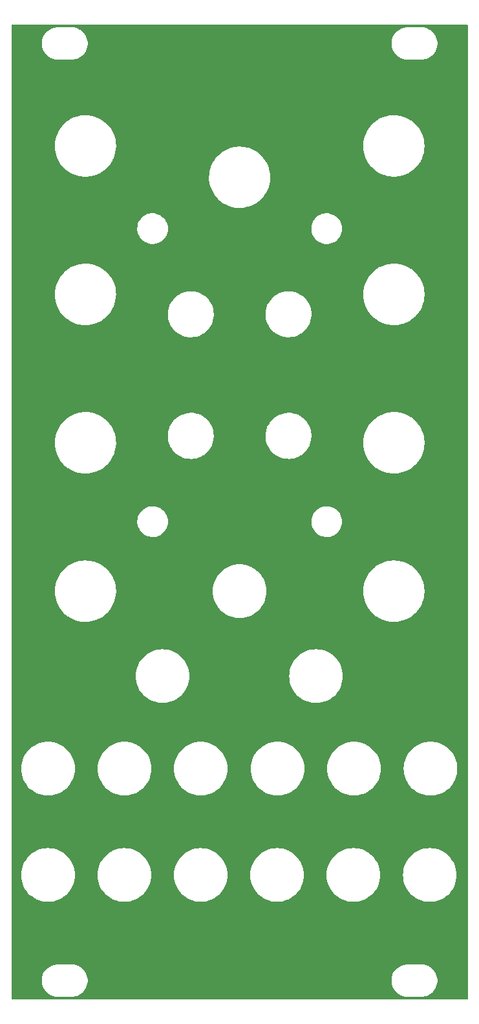
<source format=gbr>
%TF.GenerationSoftware,KiCad,Pcbnew,(5.99.0-12348-g4b436fb86d)*%
%TF.CreationDate,2021-09-23T15:14:05+01:00*%
%TF.ProjectId,Ampelope_Panel,416d7065-6c6f-4706-955f-50616e656c2e,rev?*%
%TF.SameCoordinates,Original*%
%TF.FileFunction,Copper,L2,Bot*%
%TF.FilePolarity,Positive*%
%FSLAX46Y46*%
G04 Gerber Fmt 4.6, Leading zero omitted, Abs format (unit mm)*
G04 Created by KiCad (PCBNEW (5.99.0-12348-g4b436fb86d)) date 2021-09-23 15:14:05*
%MOMM*%
%LPD*%
G01*
G04 APERTURE LIST*
G04 APERTURE END LIST*
%TA.AperFunction,NonConductor*%
G36*
X160134121Y-41428002D02*
G01*
X160180614Y-41481658D01*
X160192000Y-41534000D01*
X160192000Y-168766000D01*
X160171998Y-168834121D01*
X160118342Y-168880614D01*
X160066000Y-168892000D01*
X100534000Y-168892000D01*
X100465879Y-168871998D01*
X100419386Y-168818342D01*
X100408000Y-168766000D01*
X100408000Y-166532703D01*
X104390743Y-166532703D01*
X104428268Y-166817734D01*
X104504129Y-167095036D01*
X104616923Y-167359476D01*
X104764561Y-167606161D01*
X104944313Y-167830528D01*
X105152851Y-168028423D01*
X105386317Y-168196186D01*
X105390112Y-168198195D01*
X105390113Y-168198196D01*
X105411869Y-168209715D01*
X105640392Y-168330712D01*
X105910373Y-168429511D01*
X106191264Y-168490755D01*
X106219841Y-168493004D01*
X106414282Y-168508307D01*
X106414291Y-168508307D01*
X106416739Y-168508500D01*
X108372271Y-168508500D01*
X108374407Y-168508354D01*
X108374418Y-168508354D01*
X108582548Y-168494165D01*
X108582554Y-168494164D01*
X108586825Y-168493873D01*
X108591020Y-168493004D01*
X108591022Y-168493004D01*
X108727584Y-168464723D01*
X108868342Y-168435574D01*
X109139343Y-168339607D01*
X109394812Y-168207750D01*
X109398313Y-168205289D01*
X109398317Y-168205287D01*
X109512417Y-168125096D01*
X109630023Y-168042441D01*
X109840622Y-167846740D01*
X110022713Y-167624268D01*
X110172927Y-167379142D01*
X110288483Y-167115898D01*
X110367244Y-166839406D01*
X110407751Y-166554784D01*
X110407845Y-166536951D01*
X110407867Y-166532703D01*
X150190743Y-166532703D01*
X150228268Y-166817734D01*
X150304129Y-167095036D01*
X150416923Y-167359476D01*
X150564561Y-167606161D01*
X150744313Y-167830528D01*
X150952851Y-168028423D01*
X151186317Y-168196186D01*
X151190112Y-168198195D01*
X151190113Y-168198196D01*
X151211869Y-168209715D01*
X151440392Y-168330712D01*
X151710373Y-168429511D01*
X151991264Y-168490755D01*
X152019841Y-168493004D01*
X152214282Y-168508307D01*
X152214291Y-168508307D01*
X152216739Y-168508500D01*
X154172271Y-168508500D01*
X154174407Y-168508354D01*
X154174418Y-168508354D01*
X154382548Y-168494165D01*
X154382554Y-168494164D01*
X154386825Y-168493873D01*
X154391020Y-168493004D01*
X154391022Y-168493004D01*
X154527584Y-168464723D01*
X154668342Y-168435574D01*
X154939343Y-168339607D01*
X155194812Y-168207750D01*
X155198313Y-168205289D01*
X155198317Y-168205287D01*
X155312417Y-168125096D01*
X155430023Y-168042441D01*
X155640622Y-167846740D01*
X155822713Y-167624268D01*
X155972927Y-167379142D01*
X156088483Y-167115898D01*
X156167244Y-166839406D01*
X156207751Y-166554784D01*
X156207845Y-166536951D01*
X156209235Y-166271583D01*
X156209235Y-166271576D01*
X156209257Y-166267297D01*
X156171732Y-165982266D01*
X156095871Y-165704964D01*
X155983077Y-165440524D01*
X155835439Y-165193839D01*
X155655687Y-164969472D01*
X155447149Y-164771577D01*
X155213683Y-164603814D01*
X155191843Y-164592250D01*
X155168654Y-164579972D01*
X154959608Y-164469288D01*
X154689627Y-164370489D01*
X154408736Y-164309245D01*
X154377685Y-164306801D01*
X154185718Y-164291693D01*
X154185709Y-164291693D01*
X154183261Y-164291500D01*
X152227729Y-164291500D01*
X152225593Y-164291646D01*
X152225582Y-164291646D01*
X152017452Y-164305835D01*
X152017446Y-164305836D01*
X152013175Y-164306127D01*
X152008980Y-164306996D01*
X152008978Y-164306996D01*
X151872417Y-164335276D01*
X151731658Y-164364426D01*
X151460657Y-164460393D01*
X151205188Y-164592250D01*
X151201687Y-164594711D01*
X151201683Y-164594713D01*
X151191594Y-164601804D01*
X150969977Y-164757559D01*
X150759378Y-164953260D01*
X150577287Y-165175732D01*
X150427073Y-165420858D01*
X150311517Y-165684102D01*
X150232756Y-165960594D01*
X150192249Y-166245216D01*
X150192227Y-166249505D01*
X150192226Y-166249512D01*
X150190765Y-166528417D01*
X150190743Y-166532703D01*
X110407867Y-166532703D01*
X110409235Y-166271583D01*
X110409235Y-166271576D01*
X110409257Y-166267297D01*
X110371732Y-165982266D01*
X110295871Y-165704964D01*
X110183077Y-165440524D01*
X110035439Y-165193839D01*
X109855687Y-164969472D01*
X109647149Y-164771577D01*
X109413683Y-164603814D01*
X109391843Y-164592250D01*
X109368654Y-164579972D01*
X109159608Y-164469288D01*
X108889627Y-164370489D01*
X108608736Y-164309245D01*
X108577685Y-164306801D01*
X108385718Y-164291693D01*
X108385709Y-164291693D01*
X108383261Y-164291500D01*
X106427729Y-164291500D01*
X106425593Y-164291646D01*
X106425582Y-164291646D01*
X106217452Y-164305835D01*
X106217446Y-164305836D01*
X106213175Y-164306127D01*
X106208980Y-164306996D01*
X106208978Y-164306996D01*
X106072417Y-164335276D01*
X105931658Y-164364426D01*
X105660657Y-164460393D01*
X105405188Y-164592250D01*
X105401687Y-164594711D01*
X105401683Y-164594713D01*
X105391594Y-164601804D01*
X105169977Y-164757559D01*
X104959378Y-164953260D01*
X104777287Y-165175732D01*
X104627073Y-165420858D01*
X104511517Y-165684102D01*
X104432756Y-165960594D01*
X104392249Y-166245216D01*
X104392227Y-166249505D01*
X104392226Y-166249512D01*
X104390765Y-166528417D01*
X104390743Y-166532703D01*
X100408000Y-166532703D01*
X100408000Y-152600000D01*
X101686685Y-152600000D01*
X101705931Y-152967241D01*
X101763459Y-153330459D01*
X101858639Y-153685674D01*
X101990427Y-154028994D01*
X102157380Y-154356657D01*
X102357668Y-154665075D01*
X102589098Y-154950867D01*
X102849133Y-155210902D01*
X103134925Y-155442332D01*
X103443342Y-155642620D01*
X103446276Y-155644115D01*
X103446283Y-155644119D01*
X103768066Y-155808075D01*
X103771006Y-155809573D01*
X104114326Y-155941361D01*
X104469541Y-156036541D01*
X104662558Y-156067112D01*
X104829511Y-156093555D01*
X104829519Y-156093556D01*
X104832759Y-156094069D01*
X105200000Y-156113315D01*
X105567241Y-156094069D01*
X105570481Y-156093556D01*
X105570489Y-156093555D01*
X105737442Y-156067112D01*
X105930459Y-156036541D01*
X106285674Y-155941361D01*
X106628994Y-155809573D01*
X106631934Y-155808075D01*
X106953717Y-155644119D01*
X106953724Y-155644115D01*
X106956658Y-155642620D01*
X107265075Y-155442332D01*
X107550867Y-155210902D01*
X107810902Y-154950867D01*
X108042332Y-154665075D01*
X108242620Y-154356657D01*
X108409573Y-154028994D01*
X108541361Y-153685674D01*
X108636541Y-153330459D01*
X108694069Y-152967241D01*
X108713315Y-152600000D01*
X111686685Y-152600000D01*
X111705931Y-152967241D01*
X111763459Y-153330459D01*
X111858639Y-153685674D01*
X111990427Y-154028994D01*
X112157380Y-154356657D01*
X112357668Y-154665075D01*
X112589098Y-154950867D01*
X112849133Y-155210902D01*
X113134925Y-155442332D01*
X113443342Y-155642620D01*
X113446276Y-155644115D01*
X113446283Y-155644119D01*
X113768066Y-155808075D01*
X113771006Y-155809573D01*
X114114326Y-155941361D01*
X114469541Y-156036541D01*
X114662558Y-156067112D01*
X114829511Y-156093555D01*
X114829519Y-156093556D01*
X114832759Y-156094069D01*
X115200000Y-156113315D01*
X115567241Y-156094069D01*
X115570481Y-156093556D01*
X115570489Y-156093555D01*
X115737442Y-156067112D01*
X115930459Y-156036541D01*
X116285674Y-155941361D01*
X116628994Y-155809573D01*
X116631934Y-155808075D01*
X116953717Y-155644119D01*
X116953724Y-155644115D01*
X116956658Y-155642620D01*
X117265075Y-155442332D01*
X117550867Y-155210902D01*
X117810902Y-154950867D01*
X118042332Y-154665075D01*
X118242620Y-154356657D01*
X118409573Y-154028994D01*
X118541361Y-153685674D01*
X118636541Y-153330459D01*
X118694069Y-152967241D01*
X118713315Y-152600000D01*
X121686685Y-152600000D01*
X121705931Y-152967241D01*
X121763459Y-153330459D01*
X121858639Y-153685674D01*
X121990427Y-154028994D01*
X122157380Y-154356657D01*
X122357668Y-154665075D01*
X122589098Y-154950867D01*
X122849133Y-155210902D01*
X123134925Y-155442332D01*
X123443342Y-155642620D01*
X123446276Y-155644115D01*
X123446283Y-155644119D01*
X123768066Y-155808075D01*
X123771006Y-155809573D01*
X124114326Y-155941361D01*
X124469541Y-156036541D01*
X124662558Y-156067112D01*
X124829511Y-156093555D01*
X124829519Y-156093556D01*
X124832759Y-156094069D01*
X125200000Y-156113315D01*
X125567241Y-156094069D01*
X125570481Y-156093556D01*
X125570489Y-156093555D01*
X125737442Y-156067112D01*
X125930459Y-156036541D01*
X126285674Y-155941361D01*
X126628994Y-155809573D01*
X126631934Y-155808075D01*
X126953717Y-155644119D01*
X126953724Y-155644115D01*
X126956658Y-155642620D01*
X127265075Y-155442332D01*
X127550867Y-155210902D01*
X127810902Y-154950867D01*
X128042332Y-154665075D01*
X128242620Y-154356657D01*
X128409573Y-154028994D01*
X128541361Y-153685674D01*
X128636541Y-153330459D01*
X128694069Y-152967241D01*
X128713315Y-152600000D01*
X131686685Y-152600000D01*
X131705931Y-152967241D01*
X131763459Y-153330459D01*
X131858639Y-153685674D01*
X131990427Y-154028994D01*
X132157380Y-154356657D01*
X132357668Y-154665075D01*
X132589098Y-154950867D01*
X132849133Y-155210902D01*
X133134925Y-155442332D01*
X133443342Y-155642620D01*
X133446276Y-155644115D01*
X133446283Y-155644119D01*
X133768066Y-155808075D01*
X133771006Y-155809573D01*
X134114326Y-155941361D01*
X134469541Y-156036541D01*
X134662558Y-156067112D01*
X134829511Y-156093555D01*
X134829519Y-156093556D01*
X134832759Y-156094069D01*
X135200000Y-156113315D01*
X135567241Y-156094069D01*
X135570481Y-156093556D01*
X135570489Y-156093555D01*
X135737442Y-156067112D01*
X135930459Y-156036541D01*
X136285674Y-155941361D01*
X136628994Y-155809573D01*
X136631934Y-155808075D01*
X136953717Y-155644119D01*
X136953724Y-155644115D01*
X136956658Y-155642620D01*
X137265075Y-155442332D01*
X137550867Y-155210902D01*
X137810902Y-154950867D01*
X138042332Y-154665075D01*
X138242620Y-154356657D01*
X138409573Y-154028994D01*
X138541361Y-153685674D01*
X138636541Y-153330459D01*
X138694069Y-152967241D01*
X138713315Y-152600000D01*
X141686685Y-152600000D01*
X141705931Y-152967241D01*
X141763459Y-153330459D01*
X141858639Y-153685674D01*
X141990427Y-154028994D01*
X142157380Y-154356657D01*
X142357668Y-154665075D01*
X142589098Y-154950867D01*
X142849133Y-155210902D01*
X143134925Y-155442332D01*
X143443342Y-155642620D01*
X143446276Y-155644115D01*
X143446283Y-155644119D01*
X143768066Y-155808075D01*
X143771006Y-155809573D01*
X144114326Y-155941361D01*
X144469541Y-156036541D01*
X144662558Y-156067112D01*
X144829511Y-156093555D01*
X144829519Y-156093556D01*
X144832759Y-156094069D01*
X145200000Y-156113315D01*
X145567241Y-156094069D01*
X145570481Y-156093556D01*
X145570489Y-156093555D01*
X145737442Y-156067112D01*
X145930459Y-156036541D01*
X146285674Y-155941361D01*
X146628994Y-155809573D01*
X146631934Y-155808075D01*
X146953717Y-155644119D01*
X146953724Y-155644115D01*
X146956658Y-155642620D01*
X147265075Y-155442332D01*
X147550867Y-155210902D01*
X147810902Y-154950867D01*
X148042332Y-154665075D01*
X148242620Y-154356657D01*
X148409573Y-154028994D01*
X148541361Y-153685674D01*
X148636541Y-153330459D01*
X148694069Y-152967241D01*
X148713315Y-152600000D01*
X151686685Y-152600000D01*
X151705931Y-152967241D01*
X151763459Y-153330459D01*
X151858639Y-153685674D01*
X151990427Y-154028994D01*
X152157380Y-154356657D01*
X152357668Y-154665075D01*
X152589098Y-154950867D01*
X152849133Y-155210902D01*
X153134925Y-155442332D01*
X153443342Y-155642620D01*
X153446276Y-155644115D01*
X153446283Y-155644119D01*
X153768066Y-155808075D01*
X153771006Y-155809573D01*
X154114326Y-155941361D01*
X154469541Y-156036541D01*
X154662558Y-156067112D01*
X154829511Y-156093555D01*
X154829519Y-156093556D01*
X154832759Y-156094069D01*
X155200000Y-156113315D01*
X155567241Y-156094069D01*
X155570481Y-156093556D01*
X155570489Y-156093555D01*
X155737442Y-156067112D01*
X155930459Y-156036541D01*
X156285674Y-155941361D01*
X156628994Y-155809573D01*
X156631934Y-155808075D01*
X156953717Y-155644119D01*
X156953724Y-155644115D01*
X156956658Y-155642620D01*
X157265075Y-155442332D01*
X157550867Y-155210902D01*
X157810902Y-154950867D01*
X158042332Y-154665075D01*
X158242620Y-154356657D01*
X158409573Y-154028994D01*
X158541361Y-153685674D01*
X158636541Y-153330459D01*
X158694069Y-152967241D01*
X158713315Y-152600000D01*
X158694069Y-152232759D01*
X158636541Y-151869541D01*
X158541361Y-151514326D01*
X158409573Y-151171006D01*
X158242620Y-150843343D01*
X158042332Y-150534925D01*
X157810902Y-150249133D01*
X157550867Y-149989098D01*
X157265075Y-149757668D01*
X156956658Y-149557380D01*
X156953724Y-149555885D01*
X156953717Y-149555881D01*
X156631934Y-149391925D01*
X156628994Y-149390427D01*
X156285674Y-149258639D01*
X155930459Y-149163459D01*
X155737442Y-149132888D01*
X155570489Y-149106445D01*
X155570481Y-149106444D01*
X155567241Y-149105931D01*
X155200000Y-149086685D01*
X154832759Y-149105931D01*
X154829519Y-149106444D01*
X154829511Y-149106445D01*
X154662558Y-149132888D01*
X154469541Y-149163459D01*
X154114326Y-149258639D01*
X153771006Y-149390427D01*
X153768066Y-149391925D01*
X153446284Y-149555881D01*
X153446277Y-149555885D01*
X153443343Y-149557380D01*
X153134925Y-149757668D01*
X152849133Y-149989098D01*
X152589098Y-150249133D01*
X152357668Y-150534925D01*
X152157380Y-150843343D01*
X151990427Y-151171006D01*
X151858639Y-151514326D01*
X151763459Y-151869541D01*
X151705931Y-152232759D01*
X151686685Y-152600000D01*
X148713315Y-152600000D01*
X148694069Y-152232759D01*
X148636541Y-151869541D01*
X148541361Y-151514326D01*
X148409573Y-151171006D01*
X148242620Y-150843343D01*
X148042332Y-150534925D01*
X147810902Y-150249133D01*
X147550867Y-149989098D01*
X147265075Y-149757668D01*
X146956658Y-149557380D01*
X146953724Y-149555885D01*
X146953717Y-149555881D01*
X146631934Y-149391925D01*
X146628994Y-149390427D01*
X146285674Y-149258639D01*
X145930459Y-149163459D01*
X145737442Y-149132888D01*
X145570489Y-149106445D01*
X145570481Y-149106444D01*
X145567241Y-149105931D01*
X145200000Y-149086685D01*
X144832759Y-149105931D01*
X144829519Y-149106444D01*
X144829511Y-149106445D01*
X144662558Y-149132888D01*
X144469541Y-149163459D01*
X144114326Y-149258639D01*
X143771006Y-149390427D01*
X143768066Y-149391925D01*
X143446284Y-149555881D01*
X143446277Y-149555885D01*
X143443343Y-149557380D01*
X143134925Y-149757668D01*
X142849133Y-149989098D01*
X142589098Y-150249133D01*
X142357668Y-150534925D01*
X142157380Y-150843343D01*
X141990427Y-151171006D01*
X141858639Y-151514326D01*
X141763459Y-151869541D01*
X141705931Y-152232759D01*
X141686685Y-152600000D01*
X138713315Y-152600000D01*
X138694069Y-152232759D01*
X138636541Y-151869541D01*
X138541361Y-151514326D01*
X138409573Y-151171006D01*
X138242620Y-150843343D01*
X138042332Y-150534925D01*
X137810902Y-150249133D01*
X137550867Y-149989098D01*
X137265075Y-149757668D01*
X136956658Y-149557380D01*
X136953724Y-149555885D01*
X136953717Y-149555881D01*
X136631934Y-149391925D01*
X136628994Y-149390427D01*
X136285674Y-149258639D01*
X135930459Y-149163459D01*
X135737442Y-149132888D01*
X135570489Y-149106445D01*
X135570481Y-149106444D01*
X135567241Y-149105931D01*
X135200000Y-149086685D01*
X134832759Y-149105931D01*
X134829519Y-149106444D01*
X134829511Y-149106445D01*
X134662558Y-149132888D01*
X134469541Y-149163459D01*
X134114326Y-149258639D01*
X133771006Y-149390427D01*
X133768066Y-149391925D01*
X133446284Y-149555881D01*
X133446277Y-149555885D01*
X133443343Y-149557380D01*
X133134925Y-149757668D01*
X132849133Y-149989098D01*
X132589098Y-150249133D01*
X132357668Y-150534925D01*
X132157380Y-150843343D01*
X131990427Y-151171006D01*
X131858639Y-151514326D01*
X131763459Y-151869541D01*
X131705931Y-152232759D01*
X131686685Y-152600000D01*
X128713315Y-152600000D01*
X128694069Y-152232759D01*
X128636541Y-151869541D01*
X128541361Y-151514326D01*
X128409573Y-151171006D01*
X128242620Y-150843343D01*
X128042332Y-150534925D01*
X127810902Y-150249133D01*
X127550867Y-149989098D01*
X127265075Y-149757668D01*
X126956658Y-149557380D01*
X126953724Y-149555885D01*
X126953717Y-149555881D01*
X126631934Y-149391925D01*
X126628994Y-149390427D01*
X126285674Y-149258639D01*
X125930459Y-149163459D01*
X125737442Y-149132888D01*
X125570489Y-149106445D01*
X125570481Y-149106444D01*
X125567241Y-149105931D01*
X125200000Y-149086685D01*
X124832759Y-149105931D01*
X124829519Y-149106444D01*
X124829511Y-149106445D01*
X124662558Y-149132888D01*
X124469541Y-149163459D01*
X124114326Y-149258639D01*
X123771006Y-149390427D01*
X123768066Y-149391925D01*
X123446284Y-149555881D01*
X123446277Y-149555885D01*
X123443343Y-149557380D01*
X123134925Y-149757668D01*
X122849133Y-149989098D01*
X122589098Y-150249133D01*
X122357668Y-150534925D01*
X122157380Y-150843343D01*
X121990427Y-151171006D01*
X121858639Y-151514326D01*
X121763459Y-151869541D01*
X121705931Y-152232759D01*
X121686685Y-152600000D01*
X118713315Y-152600000D01*
X118694069Y-152232759D01*
X118636541Y-151869541D01*
X118541361Y-151514326D01*
X118409573Y-151171006D01*
X118242620Y-150843343D01*
X118042332Y-150534925D01*
X117810902Y-150249133D01*
X117550867Y-149989098D01*
X117265075Y-149757668D01*
X116956658Y-149557380D01*
X116953724Y-149555885D01*
X116953717Y-149555881D01*
X116631934Y-149391925D01*
X116628994Y-149390427D01*
X116285674Y-149258639D01*
X115930459Y-149163459D01*
X115737442Y-149132888D01*
X115570489Y-149106445D01*
X115570481Y-149106444D01*
X115567241Y-149105931D01*
X115200000Y-149086685D01*
X114832759Y-149105931D01*
X114829519Y-149106444D01*
X114829511Y-149106445D01*
X114662558Y-149132888D01*
X114469541Y-149163459D01*
X114114326Y-149258639D01*
X113771006Y-149390427D01*
X113768066Y-149391925D01*
X113446284Y-149555881D01*
X113446277Y-149555885D01*
X113443343Y-149557380D01*
X113134925Y-149757668D01*
X112849133Y-149989098D01*
X112589098Y-150249133D01*
X112357668Y-150534925D01*
X112157380Y-150843343D01*
X111990427Y-151171006D01*
X111858639Y-151514326D01*
X111763459Y-151869541D01*
X111705931Y-152232759D01*
X111686685Y-152600000D01*
X108713315Y-152600000D01*
X108694069Y-152232759D01*
X108636541Y-151869541D01*
X108541361Y-151514326D01*
X108409573Y-151171006D01*
X108242620Y-150843343D01*
X108042332Y-150534925D01*
X107810902Y-150249133D01*
X107550867Y-149989098D01*
X107265075Y-149757668D01*
X106956658Y-149557380D01*
X106953724Y-149555885D01*
X106953717Y-149555881D01*
X106631934Y-149391925D01*
X106628994Y-149390427D01*
X106285674Y-149258639D01*
X105930459Y-149163459D01*
X105737442Y-149132888D01*
X105570489Y-149106445D01*
X105570481Y-149106444D01*
X105567241Y-149105931D01*
X105200000Y-149086685D01*
X104832759Y-149105931D01*
X104829519Y-149106444D01*
X104829511Y-149106445D01*
X104662558Y-149132888D01*
X104469541Y-149163459D01*
X104114326Y-149258639D01*
X103771006Y-149390427D01*
X103768066Y-149391925D01*
X103446284Y-149555881D01*
X103446277Y-149555885D01*
X103443343Y-149557380D01*
X103134925Y-149757668D01*
X102849133Y-149989098D01*
X102589098Y-150249133D01*
X102357668Y-150534925D01*
X102157380Y-150843343D01*
X101990427Y-151171006D01*
X101858639Y-151514326D01*
X101763459Y-151869541D01*
X101705931Y-152232759D01*
X101686685Y-152600000D01*
X100408000Y-152600000D01*
X100408000Y-138700000D01*
X101686685Y-138700000D01*
X101705931Y-139067241D01*
X101763459Y-139430459D01*
X101858639Y-139785674D01*
X101990427Y-140128994D01*
X102157380Y-140456657D01*
X102357668Y-140765075D01*
X102589098Y-141050867D01*
X102849133Y-141310902D01*
X103134925Y-141542332D01*
X103443342Y-141742620D01*
X103446276Y-141744115D01*
X103446283Y-141744119D01*
X103768066Y-141908075D01*
X103771006Y-141909573D01*
X104114326Y-142041361D01*
X104469541Y-142136541D01*
X104662558Y-142167112D01*
X104829511Y-142193555D01*
X104829519Y-142193556D01*
X104832759Y-142194069D01*
X105200000Y-142213315D01*
X105567241Y-142194069D01*
X105570481Y-142193556D01*
X105570489Y-142193555D01*
X105737442Y-142167112D01*
X105930459Y-142136541D01*
X106285674Y-142041361D01*
X106628994Y-141909573D01*
X106631934Y-141908075D01*
X106953717Y-141744119D01*
X106953724Y-141744115D01*
X106956658Y-141742620D01*
X107265075Y-141542332D01*
X107550867Y-141310902D01*
X107810902Y-141050867D01*
X108042332Y-140765075D01*
X108242620Y-140456657D01*
X108409573Y-140128994D01*
X108541361Y-139785674D01*
X108636541Y-139430459D01*
X108694069Y-139067241D01*
X108713315Y-138700000D01*
X111706685Y-138700000D01*
X111725931Y-139067241D01*
X111783459Y-139430459D01*
X111878639Y-139785674D01*
X112010427Y-140128994D01*
X112177380Y-140456657D01*
X112377668Y-140765075D01*
X112609098Y-141050867D01*
X112869133Y-141310902D01*
X113154925Y-141542332D01*
X113463342Y-141742620D01*
X113466276Y-141744115D01*
X113466283Y-141744119D01*
X113788066Y-141908075D01*
X113791006Y-141909573D01*
X114134326Y-142041361D01*
X114489541Y-142136541D01*
X114682558Y-142167112D01*
X114849511Y-142193555D01*
X114849519Y-142193556D01*
X114852759Y-142194069D01*
X115220000Y-142213315D01*
X115587241Y-142194069D01*
X115590481Y-142193556D01*
X115590489Y-142193555D01*
X115757442Y-142167112D01*
X115950459Y-142136541D01*
X116305674Y-142041361D01*
X116648994Y-141909573D01*
X116651934Y-141908075D01*
X116973717Y-141744119D01*
X116973724Y-141744115D01*
X116976658Y-141742620D01*
X117285075Y-141542332D01*
X117570867Y-141310902D01*
X117830902Y-141050867D01*
X118062332Y-140765075D01*
X118262620Y-140456657D01*
X118429573Y-140128994D01*
X118561361Y-139785674D01*
X118656541Y-139430459D01*
X118714069Y-139067241D01*
X118733315Y-138700000D01*
X121686685Y-138700000D01*
X121705931Y-139067241D01*
X121763459Y-139430459D01*
X121858639Y-139785674D01*
X121990427Y-140128994D01*
X122157380Y-140456657D01*
X122357668Y-140765075D01*
X122589098Y-141050867D01*
X122849133Y-141310902D01*
X123134925Y-141542332D01*
X123443342Y-141742620D01*
X123446276Y-141744115D01*
X123446283Y-141744119D01*
X123768066Y-141908075D01*
X123771006Y-141909573D01*
X124114326Y-142041361D01*
X124469541Y-142136541D01*
X124662558Y-142167112D01*
X124829511Y-142193555D01*
X124829519Y-142193556D01*
X124832759Y-142194069D01*
X125200000Y-142213315D01*
X125567241Y-142194069D01*
X125570481Y-142193556D01*
X125570489Y-142193555D01*
X125737442Y-142167112D01*
X125930459Y-142136541D01*
X126285674Y-142041361D01*
X126628994Y-141909573D01*
X126631934Y-141908075D01*
X126953717Y-141744119D01*
X126953724Y-141744115D01*
X126956658Y-141742620D01*
X127265075Y-141542332D01*
X127550867Y-141310902D01*
X127810902Y-141050867D01*
X128042332Y-140765075D01*
X128242620Y-140456657D01*
X128409573Y-140128994D01*
X128541361Y-139785674D01*
X128636541Y-139430459D01*
X128694069Y-139067241D01*
X128713315Y-138700000D01*
X131746685Y-138700000D01*
X131765931Y-139067241D01*
X131823459Y-139430459D01*
X131918639Y-139785674D01*
X132050427Y-140128994D01*
X132217380Y-140456657D01*
X132417668Y-140765075D01*
X132649098Y-141050867D01*
X132909133Y-141310902D01*
X133194925Y-141542332D01*
X133503342Y-141742620D01*
X133506276Y-141744115D01*
X133506283Y-141744119D01*
X133828066Y-141908075D01*
X133831006Y-141909573D01*
X134174326Y-142041361D01*
X134529541Y-142136541D01*
X134722558Y-142167112D01*
X134889511Y-142193555D01*
X134889519Y-142193556D01*
X134892759Y-142194069D01*
X135260000Y-142213315D01*
X135627241Y-142194069D01*
X135630481Y-142193556D01*
X135630489Y-142193555D01*
X135797442Y-142167112D01*
X135990459Y-142136541D01*
X136345674Y-142041361D01*
X136688994Y-141909573D01*
X136691934Y-141908075D01*
X137013717Y-141744119D01*
X137013724Y-141744115D01*
X137016658Y-141742620D01*
X137325075Y-141542332D01*
X137610867Y-141310902D01*
X137870902Y-141050867D01*
X138102332Y-140765075D01*
X138302620Y-140456657D01*
X138469573Y-140128994D01*
X138601361Y-139785674D01*
X138696541Y-139430459D01*
X138754069Y-139067241D01*
X138773315Y-138700000D01*
X141766685Y-138700000D01*
X141785931Y-139067241D01*
X141843459Y-139430459D01*
X141938639Y-139785674D01*
X142070427Y-140128994D01*
X142237380Y-140456657D01*
X142437668Y-140765075D01*
X142669098Y-141050867D01*
X142929133Y-141310902D01*
X143214925Y-141542332D01*
X143523342Y-141742620D01*
X143526276Y-141744115D01*
X143526283Y-141744119D01*
X143848066Y-141908075D01*
X143851006Y-141909573D01*
X144194326Y-142041361D01*
X144549541Y-142136541D01*
X144742558Y-142167112D01*
X144909511Y-142193555D01*
X144909519Y-142193556D01*
X144912759Y-142194069D01*
X145280000Y-142213315D01*
X145647241Y-142194069D01*
X145650481Y-142193556D01*
X145650489Y-142193555D01*
X145817442Y-142167112D01*
X146010459Y-142136541D01*
X146365674Y-142041361D01*
X146708994Y-141909573D01*
X146711934Y-141908075D01*
X147033717Y-141744119D01*
X147033724Y-141744115D01*
X147036658Y-141742620D01*
X147345075Y-141542332D01*
X147630867Y-141310902D01*
X147890902Y-141050867D01*
X148122332Y-140765075D01*
X148322620Y-140456657D01*
X148489573Y-140128994D01*
X148621361Y-139785674D01*
X148716541Y-139430459D01*
X148774069Y-139067241D01*
X148793315Y-138700000D01*
X151786685Y-138700000D01*
X151805931Y-139067241D01*
X151863459Y-139430459D01*
X151958639Y-139785674D01*
X152090427Y-140128994D01*
X152257380Y-140456657D01*
X152457668Y-140765075D01*
X152689098Y-141050867D01*
X152949133Y-141310902D01*
X153234925Y-141542332D01*
X153543342Y-141742620D01*
X153546276Y-141744115D01*
X153546283Y-141744119D01*
X153868066Y-141908075D01*
X153871006Y-141909573D01*
X154214326Y-142041361D01*
X154569541Y-142136541D01*
X154762558Y-142167112D01*
X154929511Y-142193555D01*
X154929519Y-142193556D01*
X154932759Y-142194069D01*
X155300000Y-142213315D01*
X155667241Y-142194069D01*
X155670481Y-142193556D01*
X155670489Y-142193555D01*
X155837442Y-142167112D01*
X156030459Y-142136541D01*
X156385674Y-142041361D01*
X156728994Y-141909573D01*
X156731934Y-141908075D01*
X157053717Y-141744119D01*
X157053724Y-141744115D01*
X157056658Y-141742620D01*
X157365075Y-141542332D01*
X157650867Y-141310902D01*
X157910902Y-141050867D01*
X158142332Y-140765075D01*
X158342620Y-140456657D01*
X158509573Y-140128994D01*
X158641361Y-139785674D01*
X158736541Y-139430459D01*
X158794069Y-139067241D01*
X158813315Y-138700000D01*
X158794069Y-138332759D01*
X158736541Y-137969541D01*
X158641361Y-137614326D01*
X158509573Y-137271006D01*
X158342620Y-136943343D01*
X158142332Y-136634925D01*
X157910902Y-136349133D01*
X157650867Y-136089098D01*
X157365075Y-135857668D01*
X157056658Y-135657380D01*
X157053724Y-135655885D01*
X157053717Y-135655881D01*
X156731934Y-135491925D01*
X156728994Y-135490427D01*
X156385674Y-135358639D01*
X156030459Y-135263459D01*
X155837442Y-135232888D01*
X155670489Y-135206445D01*
X155670481Y-135206444D01*
X155667241Y-135205931D01*
X155300000Y-135186685D01*
X154932759Y-135205931D01*
X154929519Y-135206444D01*
X154929511Y-135206445D01*
X154762558Y-135232888D01*
X154569541Y-135263459D01*
X154214326Y-135358639D01*
X153871006Y-135490427D01*
X153868066Y-135491925D01*
X153546284Y-135655881D01*
X153546277Y-135655885D01*
X153543343Y-135657380D01*
X153234925Y-135857668D01*
X152949133Y-136089098D01*
X152689098Y-136349133D01*
X152457668Y-136634925D01*
X152257380Y-136943343D01*
X152090427Y-137271006D01*
X151958639Y-137614326D01*
X151863459Y-137969541D01*
X151805931Y-138332759D01*
X151786685Y-138700000D01*
X148793315Y-138700000D01*
X148774069Y-138332759D01*
X148716541Y-137969541D01*
X148621361Y-137614326D01*
X148489573Y-137271006D01*
X148322620Y-136943343D01*
X148122332Y-136634925D01*
X147890902Y-136349133D01*
X147630867Y-136089098D01*
X147345075Y-135857668D01*
X147036658Y-135657380D01*
X147033724Y-135655885D01*
X147033717Y-135655881D01*
X146711934Y-135491925D01*
X146708994Y-135490427D01*
X146365674Y-135358639D01*
X146010459Y-135263459D01*
X145817442Y-135232888D01*
X145650489Y-135206445D01*
X145650481Y-135206444D01*
X145647241Y-135205931D01*
X145280000Y-135186685D01*
X144912759Y-135205931D01*
X144909519Y-135206444D01*
X144909511Y-135206445D01*
X144742558Y-135232888D01*
X144549541Y-135263459D01*
X144194326Y-135358639D01*
X143851006Y-135490427D01*
X143848066Y-135491925D01*
X143526284Y-135655881D01*
X143526277Y-135655885D01*
X143523343Y-135657380D01*
X143214925Y-135857668D01*
X142929133Y-136089098D01*
X142669098Y-136349133D01*
X142437668Y-136634925D01*
X142237380Y-136943343D01*
X142070427Y-137271006D01*
X141938639Y-137614326D01*
X141843459Y-137969541D01*
X141785931Y-138332759D01*
X141766685Y-138700000D01*
X138773315Y-138700000D01*
X138754069Y-138332759D01*
X138696541Y-137969541D01*
X138601361Y-137614326D01*
X138469573Y-137271006D01*
X138302620Y-136943343D01*
X138102332Y-136634925D01*
X137870902Y-136349133D01*
X137610867Y-136089098D01*
X137325075Y-135857668D01*
X137016658Y-135657380D01*
X137013724Y-135655885D01*
X137013717Y-135655881D01*
X136691934Y-135491925D01*
X136688994Y-135490427D01*
X136345674Y-135358639D01*
X135990459Y-135263459D01*
X135797442Y-135232888D01*
X135630489Y-135206445D01*
X135630481Y-135206444D01*
X135627241Y-135205931D01*
X135260000Y-135186685D01*
X134892759Y-135205931D01*
X134889519Y-135206444D01*
X134889511Y-135206445D01*
X134722558Y-135232888D01*
X134529541Y-135263459D01*
X134174326Y-135358639D01*
X133831006Y-135490427D01*
X133828066Y-135491925D01*
X133506284Y-135655881D01*
X133506277Y-135655885D01*
X133503343Y-135657380D01*
X133194925Y-135857668D01*
X132909133Y-136089098D01*
X132649098Y-136349133D01*
X132417668Y-136634925D01*
X132217380Y-136943343D01*
X132050427Y-137271006D01*
X131918639Y-137614326D01*
X131823459Y-137969541D01*
X131765931Y-138332759D01*
X131746685Y-138700000D01*
X128713315Y-138700000D01*
X128694069Y-138332759D01*
X128636541Y-137969541D01*
X128541361Y-137614326D01*
X128409573Y-137271006D01*
X128242620Y-136943343D01*
X128042332Y-136634925D01*
X127810902Y-136349133D01*
X127550867Y-136089098D01*
X127265075Y-135857668D01*
X126956658Y-135657380D01*
X126953724Y-135655885D01*
X126953717Y-135655881D01*
X126631934Y-135491925D01*
X126628994Y-135490427D01*
X126285674Y-135358639D01*
X125930459Y-135263459D01*
X125737442Y-135232888D01*
X125570489Y-135206445D01*
X125570481Y-135206444D01*
X125567241Y-135205931D01*
X125200000Y-135186685D01*
X124832759Y-135205931D01*
X124829519Y-135206444D01*
X124829511Y-135206445D01*
X124662558Y-135232888D01*
X124469541Y-135263459D01*
X124114326Y-135358639D01*
X123771006Y-135490427D01*
X123768066Y-135491925D01*
X123446284Y-135655881D01*
X123446277Y-135655885D01*
X123443343Y-135657380D01*
X123134925Y-135857668D01*
X122849133Y-136089098D01*
X122589098Y-136349133D01*
X122357668Y-136634925D01*
X122157380Y-136943343D01*
X121990427Y-137271006D01*
X121858639Y-137614326D01*
X121763459Y-137969541D01*
X121705931Y-138332759D01*
X121686685Y-138700000D01*
X118733315Y-138700000D01*
X118714069Y-138332759D01*
X118656541Y-137969541D01*
X118561361Y-137614326D01*
X118429573Y-137271006D01*
X118262620Y-136943343D01*
X118062332Y-136634925D01*
X117830902Y-136349133D01*
X117570867Y-136089098D01*
X117285075Y-135857668D01*
X116976658Y-135657380D01*
X116973724Y-135655885D01*
X116973717Y-135655881D01*
X116651934Y-135491925D01*
X116648994Y-135490427D01*
X116305674Y-135358639D01*
X115950459Y-135263459D01*
X115757442Y-135232888D01*
X115590489Y-135206445D01*
X115590481Y-135206444D01*
X115587241Y-135205931D01*
X115220000Y-135186685D01*
X114852759Y-135205931D01*
X114849519Y-135206444D01*
X114849511Y-135206445D01*
X114682558Y-135232888D01*
X114489541Y-135263459D01*
X114134326Y-135358639D01*
X113791006Y-135490427D01*
X113788066Y-135491925D01*
X113466284Y-135655881D01*
X113466277Y-135655885D01*
X113463343Y-135657380D01*
X113154925Y-135857668D01*
X112869133Y-136089098D01*
X112609098Y-136349133D01*
X112377668Y-136634925D01*
X112177380Y-136943343D01*
X112010427Y-137271006D01*
X111878639Y-137614326D01*
X111783459Y-137969541D01*
X111725931Y-138332759D01*
X111706685Y-138700000D01*
X108713315Y-138700000D01*
X108694069Y-138332759D01*
X108636541Y-137969541D01*
X108541361Y-137614326D01*
X108409573Y-137271006D01*
X108242620Y-136943343D01*
X108042332Y-136634925D01*
X107810902Y-136349133D01*
X107550867Y-136089098D01*
X107265075Y-135857668D01*
X106956658Y-135657380D01*
X106953724Y-135655885D01*
X106953717Y-135655881D01*
X106631934Y-135491925D01*
X106628994Y-135490427D01*
X106285674Y-135358639D01*
X105930459Y-135263459D01*
X105737442Y-135232888D01*
X105570489Y-135206445D01*
X105570481Y-135206444D01*
X105567241Y-135205931D01*
X105200000Y-135186685D01*
X104832759Y-135205931D01*
X104829519Y-135206444D01*
X104829511Y-135206445D01*
X104662558Y-135232888D01*
X104469541Y-135263459D01*
X104114326Y-135358639D01*
X103771006Y-135490427D01*
X103768066Y-135491925D01*
X103446284Y-135655881D01*
X103446277Y-135655885D01*
X103443343Y-135657380D01*
X103134925Y-135857668D01*
X102849133Y-136089098D01*
X102589098Y-136349133D01*
X102357668Y-136634925D01*
X102157380Y-136943343D01*
X101990427Y-137271006D01*
X101858639Y-137614326D01*
X101763459Y-137969541D01*
X101705931Y-138332759D01*
X101686685Y-138700000D01*
X100408000Y-138700000D01*
X100408000Y-126600000D01*
X116686685Y-126600000D01*
X116705931Y-126967241D01*
X116763459Y-127330459D01*
X116858639Y-127685674D01*
X116990427Y-128028994D01*
X117157380Y-128356657D01*
X117357668Y-128665075D01*
X117589098Y-128950867D01*
X117849133Y-129210902D01*
X118134925Y-129442332D01*
X118443342Y-129642620D01*
X118446276Y-129644115D01*
X118446283Y-129644119D01*
X118768066Y-129808075D01*
X118771006Y-129809573D01*
X119114326Y-129941361D01*
X119469541Y-130036541D01*
X119662558Y-130067112D01*
X119829511Y-130093555D01*
X119829519Y-130093556D01*
X119832759Y-130094069D01*
X120200000Y-130113315D01*
X120567241Y-130094069D01*
X120570481Y-130093556D01*
X120570489Y-130093555D01*
X120737442Y-130067112D01*
X120930459Y-130036541D01*
X121285674Y-129941361D01*
X121628994Y-129809573D01*
X121631934Y-129808075D01*
X121953717Y-129644119D01*
X121953724Y-129644115D01*
X121956658Y-129642620D01*
X122265075Y-129442332D01*
X122550867Y-129210902D01*
X122810902Y-128950867D01*
X123042332Y-128665075D01*
X123242620Y-128356657D01*
X123409573Y-128028994D01*
X123541361Y-127685674D01*
X123636541Y-127330459D01*
X123694069Y-126967241D01*
X123713315Y-126600000D01*
X136786685Y-126600000D01*
X136805931Y-126967241D01*
X136863459Y-127330459D01*
X136958639Y-127685674D01*
X137090427Y-128028994D01*
X137257380Y-128356657D01*
X137457668Y-128665075D01*
X137689098Y-128950867D01*
X137949133Y-129210902D01*
X138234925Y-129442332D01*
X138543342Y-129642620D01*
X138546276Y-129644115D01*
X138546283Y-129644119D01*
X138868066Y-129808075D01*
X138871006Y-129809573D01*
X139214326Y-129941361D01*
X139569541Y-130036541D01*
X139762558Y-130067112D01*
X139929511Y-130093555D01*
X139929519Y-130093556D01*
X139932759Y-130094069D01*
X140300000Y-130113315D01*
X140667241Y-130094069D01*
X140670481Y-130093556D01*
X140670489Y-130093555D01*
X140837442Y-130067112D01*
X141030459Y-130036541D01*
X141385674Y-129941361D01*
X141728994Y-129809573D01*
X141731934Y-129808075D01*
X142053717Y-129644119D01*
X142053724Y-129644115D01*
X142056658Y-129642620D01*
X142365075Y-129442332D01*
X142650867Y-129210902D01*
X142910902Y-128950867D01*
X143142332Y-128665075D01*
X143342620Y-128356657D01*
X143509573Y-128028994D01*
X143641361Y-127685674D01*
X143736541Y-127330459D01*
X143794069Y-126967241D01*
X143813315Y-126600000D01*
X143794069Y-126232759D01*
X143736541Y-125869541D01*
X143641361Y-125514326D01*
X143509573Y-125171006D01*
X143342620Y-124843343D01*
X143142332Y-124534925D01*
X142910902Y-124249133D01*
X142650867Y-123989098D01*
X142365075Y-123757668D01*
X142056658Y-123557380D01*
X142053724Y-123555885D01*
X142053717Y-123555881D01*
X141731934Y-123391925D01*
X141728994Y-123390427D01*
X141385674Y-123258639D01*
X141030459Y-123163459D01*
X140837442Y-123132888D01*
X140670489Y-123106445D01*
X140670481Y-123106444D01*
X140667241Y-123105931D01*
X140300000Y-123086685D01*
X139932759Y-123105931D01*
X139929519Y-123106444D01*
X139929511Y-123106445D01*
X139762558Y-123132888D01*
X139569541Y-123163459D01*
X139214326Y-123258639D01*
X138871006Y-123390427D01*
X138868066Y-123391925D01*
X138546284Y-123555881D01*
X138546277Y-123555885D01*
X138543343Y-123557380D01*
X138234925Y-123757668D01*
X137949133Y-123989098D01*
X137689098Y-124249133D01*
X137457668Y-124534925D01*
X137257380Y-124843343D01*
X137090427Y-125171006D01*
X136958639Y-125514326D01*
X136863459Y-125869541D01*
X136805931Y-126232759D01*
X136786685Y-126600000D01*
X123713315Y-126600000D01*
X123694069Y-126232759D01*
X123636541Y-125869541D01*
X123541361Y-125514326D01*
X123409573Y-125171006D01*
X123242620Y-124843343D01*
X123042332Y-124534925D01*
X122810902Y-124249133D01*
X122550867Y-123989098D01*
X122265075Y-123757668D01*
X121956658Y-123557380D01*
X121953724Y-123555885D01*
X121953717Y-123555881D01*
X121631934Y-123391925D01*
X121628994Y-123390427D01*
X121285674Y-123258639D01*
X120930459Y-123163459D01*
X120737442Y-123132888D01*
X120570489Y-123106445D01*
X120570481Y-123106444D01*
X120567241Y-123105931D01*
X120200000Y-123086685D01*
X119832759Y-123105931D01*
X119829519Y-123106444D01*
X119829511Y-123106445D01*
X119662558Y-123132888D01*
X119469541Y-123163459D01*
X119114326Y-123258639D01*
X118771006Y-123390427D01*
X118768066Y-123391925D01*
X118446284Y-123555881D01*
X118446277Y-123555885D01*
X118443343Y-123557380D01*
X118134925Y-123757668D01*
X117849133Y-123989098D01*
X117589098Y-124249133D01*
X117357668Y-124534925D01*
X117157380Y-124843343D01*
X116990427Y-125171006D01*
X116858639Y-125514326D01*
X116763459Y-125869541D01*
X116705931Y-126232759D01*
X116686685Y-126600000D01*
X100408000Y-126600000D01*
X100408000Y-115443965D01*
X106087057Y-115443965D01*
X106100741Y-115835827D01*
X106101147Y-115838871D01*
X106101148Y-115838881D01*
X106122639Y-115999948D01*
X106152599Y-116224484D01*
X106153299Y-116227468D01*
X106153300Y-116227474D01*
X106241433Y-116603228D01*
X106242136Y-116606225D01*
X106368496Y-116977407D01*
X106530475Y-117334487D01*
X106726525Y-117674056D01*
X106728314Y-117676554D01*
X106728316Y-117676558D01*
X106851266Y-117848292D01*
X106954776Y-117992874D01*
X107213049Y-118287896D01*
X107498878Y-118556308D01*
X107809536Y-118795546D01*
X107812139Y-118797173D01*
X107812144Y-118797176D01*
X107880957Y-118840175D01*
X108142056Y-119003328D01*
X108493266Y-119177670D01*
X108859812Y-119316907D01*
X109238195Y-119419712D01*
X109536419Y-119470153D01*
X109621783Y-119484591D01*
X109621786Y-119484591D01*
X109624805Y-119485102D01*
X109779444Y-119495916D01*
X110012885Y-119512240D01*
X110012893Y-119512240D01*
X110015951Y-119512454D01*
X110268037Y-119505413D01*
X110404825Y-119501592D01*
X110404828Y-119501592D01*
X110407899Y-119501506D01*
X110410952Y-119501120D01*
X110410956Y-119501120D01*
X110552576Y-119483229D01*
X110796908Y-119452362D01*
X110799912Y-119451680D01*
X110799915Y-119451679D01*
X111176269Y-119366174D01*
X111176275Y-119366172D01*
X111179265Y-119365493D01*
X111182184Y-119364522D01*
X111548396Y-119242700D01*
X111548402Y-119242698D01*
X111551320Y-119241727D01*
X111692735Y-119178765D01*
X111906722Y-119083492D01*
X111906728Y-119083489D01*
X111909522Y-119082245D01*
X112030861Y-119013315D01*
X112247784Y-118890086D01*
X112247790Y-118890083D01*
X112250452Y-118888570D01*
X112390118Y-118790047D01*
X112568342Y-118664323D01*
X112568346Y-118664320D01*
X112570855Y-118662550D01*
X112867674Y-118406344D01*
X113138074Y-118122395D01*
X113145425Y-118112987D01*
X113377565Y-117815860D01*
X113377567Y-117815857D01*
X113379475Y-117813415D01*
X113589574Y-117482354D01*
X113766363Y-117132370D01*
X113826469Y-116977407D01*
X113907041Y-116769681D01*
X113907044Y-116769672D01*
X113908156Y-116766805D01*
X114013600Y-116389148D01*
X114081688Y-116003004D01*
X114111769Y-115612059D01*
X114113334Y-115500000D01*
X126786685Y-115500000D01*
X126805931Y-115867241D01*
X126863459Y-116230459D01*
X126958639Y-116585674D01*
X127090427Y-116928994D01*
X127091925Y-116931934D01*
X127192595Y-117129509D01*
X127257380Y-117256657D01*
X127457668Y-117565075D01*
X127689098Y-117850867D01*
X127949133Y-118110902D01*
X128234925Y-118342332D01*
X128543342Y-118542620D01*
X128546276Y-118544115D01*
X128546283Y-118544119D01*
X128774779Y-118660543D01*
X128871006Y-118709573D01*
X129214326Y-118841361D01*
X129569541Y-118936541D01*
X129762558Y-118967112D01*
X129929511Y-118993555D01*
X129929519Y-118993556D01*
X129932759Y-118994069D01*
X130300000Y-119013315D01*
X130667241Y-118994069D01*
X130670481Y-118993556D01*
X130670489Y-118993555D01*
X130837442Y-118967112D01*
X131030459Y-118936541D01*
X131385674Y-118841361D01*
X131728994Y-118709573D01*
X131825221Y-118660543D01*
X132053717Y-118544119D01*
X132053724Y-118544115D01*
X132056658Y-118542620D01*
X132365075Y-118342332D01*
X132650867Y-118110902D01*
X132910902Y-117850867D01*
X133142332Y-117565075D01*
X133342620Y-117256657D01*
X133407406Y-117129509D01*
X133508075Y-116931934D01*
X133509573Y-116928994D01*
X133641361Y-116585674D01*
X133736541Y-116230459D01*
X133794069Y-115867241D01*
X133813315Y-115500000D01*
X133810378Y-115443965D01*
X146487057Y-115443965D01*
X146500741Y-115835827D01*
X146501147Y-115838871D01*
X146501148Y-115838881D01*
X146522639Y-115999948D01*
X146552599Y-116224484D01*
X146553299Y-116227468D01*
X146553300Y-116227474D01*
X146641433Y-116603228D01*
X146642136Y-116606225D01*
X146768496Y-116977407D01*
X146930475Y-117334487D01*
X147126525Y-117674056D01*
X147128314Y-117676554D01*
X147128316Y-117676558D01*
X147251266Y-117848292D01*
X147354776Y-117992874D01*
X147613049Y-118287896D01*
X147898878Y-118556308D01*
X148209536Y-118795546D01*
X148212139Y-118797173D01*
X148212144Y-118797176D01*
X148280957Y-118840175D01*
X148542056Y-119003328D01*
X148893266Y-119177670D01*
X149259812Y-119316907D01*
X149638195Y-119419712D01*
X149936419Y-119470153D01*
X150021783Y-119484591D01*
X150021786Y-119484591D01*
X150024805Y-119485102D01*
X150179444Y-119495916D01*
X150412885Y-119512240D01*
X150412893Y-119512240D01*
X150415951Y-119512454D01*
X150668037Y-119505413D01*
X150804825Y-119501592D01*
X150804828Y-119501592D01*
X150807899Y-119501506D01*
X150810952Y-119501120D01*
X150810956Y-119501120D01*
X150952576Y-119483229D01*
X151196908Y-119452362D01*
X151199912Y-119451680D01*
X151199915Y-119451679D01*
X151576269Y-119366174D01*
X151576275Y-119366172D01*
X151579265Y-119365493D01*
X151582184Y-119364522D01*
X151948396Y-119242700D01*
X151948402Y-119242698D01*
X151951320Y-119241727D01*
X152092735Y-119178765D01*
X152306722Y-119083492D01*
X152306728Y-119083489D01*
X152309522Y-119082245D01*
X152430861Y-119013315D01*
X152647784Y-118890086D01*
X152647790Y-118890083D01*
X152650452Y-118888570D01*
X152790118Y-118790047D01*
X152968342Y-118664323D01*
X152968346Y-118664320D01*
X152970855Y-118662550D01*
X153267674Y-118406344D01*
X153538074Y-118122395D01*
X153545425Y-118112987D01*
X153777565Y-117815860D01*
X153777567Y-117815857D01*
X153779475Y-117813415D01*
X153989574Y-117482354D01*
X154166363Y-117132370D01*
X154226469Y-116977407D01*
X154307041Y-116769681D01*
X154307044Y-116769672D01*
X154308156Y-116766805D01*
X154413600Y-116389148D01*
X154481688Y-116003004D01*
X154511769Y-115612059D01*
X154513334Y-115500000D01*
X154510594Y-115443965D01*
X154494330Y-115111440D01*
X154494180Y-115108367D01*
X154436901Y-114720473D01*
X154342043Y-114340019D01*
X154210512Y-113970637D01*
X154043564Y-113615854D01*
X154041997Y-113613225D01*
X154041992Y-113613216D01*
X153844361Y-113281689D01*
X153842791Y-113279055D01*
X153840977Y-113276595D01*
X153840972Y-113276587D01*
X153611933Y-112965926D01*
X153611931Y-112965923D01*
X153610111Y-112963455D01*
X153347744Y-112672068D01*
X153058195Y-112407673D01*
X152744228Y-112172795D01*
X152696015Y-112143596D01*
X152411467Y-111971267D01*
X152411458Y-111971262D01*
X152408839Y-111969676D01*
X152055229Y-111800255D01*
X152052339Y-111799203D01*
X152052334Y-111799201D01*
X151689674Y-111667204D01*
X151689671Y-111667203D01*
X151686775Y-111666149D01*
X151410563Y-111595229D01*
X151309977Y-111569403D01*
X151309974Y-111569402D01*
X151306993Y-111568637D01*
X150919508Y-111508651D01*
X150528018Y-111486764D01*
X150524939Y-111486893D01*
X150524936Y-111486893D01*
X150269188Y-111497612D01*
X150136261Y-111503183D01*
X150133217Y-111503611D01*
X150133215Y-111503611D01*
X149922778Y-111533186D01*
X149747976Y-111557753D01*
X149366869Y-111649953D01*
X148996579Y-111778902D01*
X148640638Y-111943369D01*
X148302446Y-112141785D01*
X148142444Y-112258033D01*
X147987711Y-112370453D01*
X147987705Y-112370458D01*
X147985230Y-112372256D01*
X147982944Y-112374285D01*
X147982941Y-112374288D01*
X147903123Y-112445154D01*
X147692017Y-112632583D01*
X147689938Y-112634828D01*
X147689931Y-112634835D01*
X147454482Y-112889098D01*
X147425608Y-112920279D01*
X147188544Y-113232599D01*
X146983089Y-113566562D01*
X146811203Y-113918980D01*
X146674527Y-114286489D01*
X146574367Y-114665581D01*
X146511677Y-115052638D01*
X146511483Y-115055718D01*
X146511483Y-115055720D01*
X146506841Y-115129511D01*
X146487057Y-115443965D01*
X133810378Y-115443965D01*
X133794069Y-115132759D01*
X133790693Y-115111440D01*
X133737057Y-114772802D01*
X133736541Y-114769541D01*
X133641361Y-114414326D01*
X133509573Y-114071006D01*
X133508075Y-114068066D01*
X133344119Y-113746284D01*
X133344115Y-113746277D01*
X133342620Y-113743343D01*
X133229617Y-113569332D01*
X133144134Y-113437700D01*
X133142332Y-113434925D01*
X132910902Y-113149133D01*
X132650867Y-112889098D01*
X132365075Y-112657668D01*
X132056658Y-112457380D01*
X132053724Y-112455885D01*
X132053717Y-112455881D01*
X131731934Y-112291925D01*
X131728994Y-112290427D01*
X131519218Y-112209902D01*
X131388764Y-112159825D01*
X131388762Y-112159824D01*
X131385674Y-112158639D01*
X131030459Y-112063459D01*
X130837442Y-112032888D01*
X130670489Y-112006445D01*
X130670481Y-112006444D01*
X130667241Y-112005931D01*
X130300000Y-111986685D01*
X129932759Y-112005931D01*
X129929519Y-112006444D01*
X129929511Y-112006445D01*
X129762558Y-112032888D01*
X129569541Y-112063459D01*
X129214326Y-112158639D01*
X129211238Y-112159824D01*
X129211236Y-112159825D01*
X129080782Y-112209902D01*
X128871006Y-112290427D01*
X128868066Y-112291925D01*
X128546284Y-112455881D01*
X128546277Y-112455885D01*
X128543343Y-112457380D01*
X128234925Y-112657668D01*
X127949133Y-112889098D01*
X127689098Y-113149133D01*
X127457668Y-113434925D01*
X127455866Y-113437700D01*
X127370384Y-113569332D01*
X127257380Y-113743343D01*
X127255885Y-113746277D01*
X127255881Y-113746284D01*
X127091925Y-114068066D01*
X127090427Y-114071006D01*
X126958639Y-114414326D01*
X126863459Y-114769541D01*
X126862943Y-114772802D01*
X126809308Y-115111440D01*
X126805931Y-115132759D01*
X126786685Y-115500000D01*
X114113334Y-115500000D01*
X114110594Y-115443965D01*
X114094330Y-115111440D01*
X114094180Y-115108367D01*
X114036901Y-114720473D01*
X113942043Y-114340019D01*
X113810512Y-113970637D01*
X113643564Y-113615854D01*
X113641997Y-113613225D01*
X113641992Y-113613216D01*
X113444361Y-113281689D01*
X113442791Y-113279055D01*
X113440977Y-113276595D01*
X113440972Y-113276587D01*
X113211933Y-112965926D01*
X113211931Y-112965923D01*
X113210111Y-112963455D01*
X112947744Y-112672068D01*
X112658195Y-112407673D01*
X112344228Y-112172795D01*
X112296015Y-112143596D01*
X112011467Y-111971267D01*
X112011458Y-111971262D01*
X112008839Y-111969676D01*
X111655229Y-111800255D01*
X111652339Y-111799203D01*
X111652334Y-111799201D01*
X111289674Y-111667204D01*
X111289671Y-111667203D01*
X111286775Y-111666149D01*
X111010563Y-111595229D01*
X110909977Y-111569403D01*
X110909974Y-111569402D01*
X110906993Y-111568637D01*
X110519508Y-111508651D01*
X110128018Y-111486764D01*
X110124939Y-111486893D01*
X110124936Y-111486893D01*
X109869188Y-111497612D01*
X109736261Y-111503183D01*
X109733217Y-111503611D01*
X109733215Y-111503611D01*
X109522778Y-111533186D01*
X109347976Y-111557753D01*
X108966869Y-111649953D01*
X108596579Y-111778902D01*
X108240638Y-111943369D01*
X107902446Y-112141785D01*
X107742444Y-112258033D01*
X107587711Y-112370453D01*
X107587705Y-112370458D01*
X107585230Y-112372256D01*
X107582944Y-112374285D01*
X107582941Y-112374288D01*
X107503123Y-112445154D01*
X107292017Y-112632583D01*
X107289938Y-112634828D01*
X107289931Y-112634835D01*
X107054482Y-112889098D01*
X107025608Y-112920279D01*
X106788544Y-113232599D01*
X106583089Y-113566562D01*
X106411203Y-113918980D01*
X106274527Y-114286489D01*
X106174367Y-114665581D01*
X106111677Y-115052638D01*
X106111483Y-115055718D01*
X106111483Y-115055720D01*
X106106841Y-115129511D01*
X106087057Y-115443965D01*
X100408000Y-115443965D01*
X100408000Y-106378918D01*
X116886917Y-106378918D01*
X116902682Y-106652320D01*
X116903507Y-106656525D01*
X116903508Y-106656533D01*
X116914127Y-106710657D01*
X116955405Y-106921053D01*
X116956792Y-106925103D01*
X116956793Y-106925108D01*
X116977605Y-106985895D01*
X117044112Y-107180144D01*
X117167160Y-107424799D01*
X117169586Y-107428328D01*
X117169589Y-107428334D01*
X117319843Y-107646953D01*
X117322274Y-107650490D01*
X117506582Y-107853043D01*
X117716675Y-108028707D01*
X117720316Y-108030991D01*
X117945024Y-108171951D01*
X117945028Y-108171953D01*
X117948664Y-108174234D01*
X118016544Y-108204883D01*
X118194345Y-108285164D01*
X118194349Y-108285166D01*
X118198257Y-108286930D01*
X118202377Y-108288150D01*
X118202376Y-108288150D01*
X118456723Y-108363491D01*
X118456727Y-108363492D01*
X118460836Y-108364709D01*
X118465070Y-108365357D01*
X118465075Y-108365358D01*
X118727298Y-108405483D01*
X118727300Y-108405483D01*
X118731540Y-108406132D01*
X118870912Y-108408322D01*
X119001071Y-108410367D01*
X119001077Y-108410367D01*
X119005362Y-108410434D01*
X119277235Y-108377534D01*
X119542127Y-108308041D01*
X119546087Y-108306401D01*
X119546092Y-108306399D01*
X119668631Y-108255641D01*
X119795136Y-108203241D01*
X120031582Y-108065073D01*
X120247089Y-107896094D01*
X120288809Y-107853043D01*
X120434686Y-107702509D01*
X120437669Y-107699431D01*
X120440202Y-107695983D01*
X120440206Y-107695978D01*
X120597257Y-107482178D01*
X120599795Y-107478723D01*
X120627154Y-107428334D01*
X120728418Y-107241830D01*
X120728419Y-107241828D01*
X120730468Y-107238054D01*
X120827269Y-106981877D01*
X120888407Y-106714933D01*
X120912751Y-106442161D01*
X120913193Y-106400000D01*
X120911756Y-106378918D01*
X139686917Y-106378918D01*
X139702682Y-106652320D01*
X139703507Y-106656525D01*
X139703508Y-106656533D01*
X139714127Y-106710657D01*
X139755405Y-106921053D01*
X139756792Y-106925103D01*
X139756793Y-106925108D01*
X139777605Y-106985895D01*
X139844112Y-107180144D01*
X139967160Y-107424799D01*
X139969586Y-107428328D01*
X139969589Y-107428334D01*
X140119843Y-107646953D01*
X140122274Y-107650490D01*
X140306582Y-107853043D01*
X140516675Y-108028707D01*
X140520316Y-108030991D01*
X140745024Y-108171951D01*
X140745028Y-108171953D01*
X140748664Y-108174234D01*
X140816544Y-108204883D01*
X140994345Y-108285164D01*
X140994349Y-108285166D01*
X140998257Y-108286930D01*
X141002377Y-108288150D01*
X141002376Y-108288150D01*
X141256723Y-108363491D01*
X141256727Y-108363492D01*
X141260836Y-108364709D01*
X141265070Y-108365357D01*
X141265075Y-108365358D01*
X141527298Y-108405483D01*
X141527300Y-108405483D01*
X141531540Y-108406132D01*
X141670912Y-108408322D01*
X141801071Y-108410367D01*
X141801077Y-108410367D01*
X141805362Y-108410434D01*
X142077235Y-108377534D01*
X142342127Y-108308041D01*
X142346087Y-108306401D01*
X142346092Y-108306399D01*
X142468631Y-108255641D01*
X142595136Y-108203241D01*
X142831582Y-108065073D01*
X143047089Y-107896094D01*
X143088809Y-107853043D01*
X143234686Y-107702509D01*
X143237669Y-107699431D01*
X143240202Y-107695983D01*
X143240206Y-107695978D01*
X143397257Y-107482178D01*
X143399795Y-107478723D01*
X143427154Y-107428334D01*
X143528418Y-107241830D01*
X143528419Y-107241828D01*
X143530468Y-107238054D01*
X143627269Y-106981877D01*
X143688407Y-106714933D01*
X143712751Y-106442161D01*
X143713193Y-106400000D01*
X143694567Y-106126778D01*
X143639032Y-105858612D01*
X143547617Y-105600465D01*
X143422013Y-105357112D01*
X143412040Y-105342921D01*
X143267008Y-105136562D01*
X143264545Y-105133057D01*
X143078125Y-104932445D01*
X143074810Y-104929731D01*
X143074806Y-104929728D01*
X142869523Y-104761706D01*
X142866205Y-104758990D01*
X142632704Y-104615901D01*
X142628768Y-104614173D01*
X142385873Y-104507549D01*
X142385869Y-104507548D01*
X142381945Y-104505825D01*
X142118566Y-104430800D01*
X142114324Y-104430196D01*
X142114318Y-104430195D01*
X141913834Y-104401662D01*
X141847443Y-104392213D01*
X141703589Y-104391460D01*
X141577877Y-104390802D01*
X141577871Y-104390802D01*
X141573591Y-104390780D01*
X141569347Y-104391339D01*
X141569343Y-104391339D01*
X141450302Y-104407011D01*
X141302078Y-104426525D01*
X141297938Y-104427658D01*
X141297936Y-104427658D01*
X141225008Y-104447609D01*
X141037928Y-104498788D01*
X141033980Y-104500472D01*
X140789982Y-104604546D01*
X140789978Y-104604548D01*
X140786030Y-104606232D01*
X140766125Y-104618145D01*
X140554725Y-104744664D01*
X140554721Y-104744667D01*
X140551043Y-104746868D01*
X140337318Y-104918094D01*
X140148808Y-105116742D01*
X139989002Y-105339136D01*
X139860857Y-105581161D01*
X139859385Y-105585184D01*
X139859383Y-105585188D01*
X139852314Y-105604506D01*
X139766743Y-105838337D01*
X139708404Y-106105907D01*
X139686917Y-106378918D01*
X120911756Y-106378918D01*
X120894567Y-106126778D01*
X120839032Y-105858612D01*
X120747617Y-105600465D01*
X120622013Y-105357112D01*
X120612040Y-105342921D01*
X120467008Y-105136562D01*
X120464545Y-105133057D01*
X120278125Y-104932445D01*
X120274810Y-104929731D01*
X120274806Y-104929728D01*
X120069523Y-104761706D01*
X120066205Y-104758990D01*
X119832704Y-104615901D01*
X119828768Y-104614173D01*
X119585873Y-104507549D01*
X119585869Y-104507548D01*
X119581945Y-104505825D01*
X119318566Y-104430800D01*
X119314324Y-104430196D01*
X119314318Y-104430195D01*
X119113834Y-104401662D01*
X119047443Y-104392213D01*
X118903589Y-104391460D01*
X118777877Y-104390802D01*
X118777871Y-104390802D01*
X118773591Y-104390780D01*
X118769347Y-104391339D01*
X118769343Y-104391339D01*
X118650302Y-104407011D01*
X118502078Y-104426525D01*
X118497938Y-104427658D01*
X118497936Y-104427658D01*
X118425008Y-104447609D01*
X118237928Y-104498788D01*
X118233980Y-104500472D01*
X117989982Y-104604546D01*
X117989978Y-104604548D01*
X117986030Y-104606232D01*
X117966125Y-104618145D01*
X117754725Y-104744664D01*
X117754721Y-104744667D01*
X117751043Y-104746868D01*
X117537318Y-104918094D01*
X117348808Y-105116742D01*
X117189002Y-105339136D01*
X117060857Y-105581161D01*
X117059385Y-105585184D01*
X117059383Y-105585188D01*
X117052314Y-105604506D01*
X116966743Y-105838337D01*
X116908404Y-106105907D01*
X116886917Y-106378918D01*
X100408000Y-106378918D01*
X100408000Y-96043965D01*
X106087057Y-96043965D01*
X106090105Y-96131253D01*
X106099493Y-96400080D01*
X106100741Y-96435827D01*
X106101147Y-96438871D01*
X106101148Y-96438881D01*
X106122639Y-96599948D01*
X106152599Y-96824484D01*
X106153299Y-96827468D01*
X106153300Y-96827474D01*
X106193663Y-96999560D01*
X106242136Y-97206225D01*
X106368496Y-97577407D01*
X106530475Y-97934487D01*
X106726525Y-98274056D01*
X106728314Y-98276554D01*
X106728316Y-98276558D01*
X106828047Y-98415860D01*
X106954776Y-98592874D01*
X107213049Y-98887896D01*
X107498878Y-99156308D01*
X107809536Y-99395546D01*
X107812139Y-99397173D01*
X107812144Y-99397176D01*
X107931576Y-99471805D01*
X108142056Y-99603328D01*
X108493266Y-99777670D01*
X108859812Y-99916907D01*
X109238195Y-100019712D01*
X109536419Y-100070153D01*
X109621783Y-100084591D01*
X109621786Y-100084591D01*
X109624805Y-100085102D01*
X109779444Y-100095916D01*
X110012885Y-100112240D01*
X110012893Y-100112240D01*
X110015951Y-100112454D01*
X110268037Y-100105413D01*
X110404825Y-100101592D01*
X110404828Y-100101592D01*
X110407899Y-100101506D01*
X110410952Y-100101120D01*
X110410956Y-100101120D01*
X110552576Y-100083229D01*
X110796908Y-100052362D01*
X110799912Y-100051680D01*
X110799915Y-100051679D01*
X111176269Y-99966174D01*
X111176275Y-99966172D01*
X111179265Y-99965493D01*
X111182184Y-99964522D01*
X111548396Y-99842700D01*
X111548402Y-99842698D01*
X111551320Y-99841727D01*
X111692735Y-99778765D01*
X111906722Y-99683492D01*
X111906728Y-99683489D01*
X111909522Y-99682245D01*
X111912191Y-99680729D01*
X112247784Y-99490086D01*
X112247790Y-99490083D01*
X112250452Y-99488570D01*
X112570855Y-99262550D01*
X112867674Y-99006344D01*
X113138074Y-98722395D01*
X113379475Y-98413415D01*
X113589574Y-98082354D01*
X113766363Y-97732370D01*
X113774293Y-97711926D01*
X113907041Y-97369681D01*
X113907044Y-97369672D01*
X113908156Y-97366805D01*
X114013600Y-96989148D01*
X114081688Y-96603004D01*
X114111769Y-96212059D01*
X114113334Y-96100000D01*
X114111745Y-96067496D01*
X114098274Y-95792074D01*
X114094180Y-95708367D01*
X114036901Y-95320473D01*
X113983262Y-95105341D01*
X120887888Y-95105341D01*
X120887983Y-95108971D01*
X120887983Y-95108972D01*
X120895249Y-95386434D01*
X120896970Y-95452171D01*
X120945856Y-95795660D01*
X121033897Y-96131253D01*
X121159927Y-96454503D01*
X121161624Y-96457708D01*
X121295113Y-96709825D01*
X121322275Y-96761126D01*
X121324325Y-96764109D01*
X121324327Y-96764112D01*
X121516733Y-97044064D01*
X121516739Y-97044071D01*
X121518790Y-97047056D01*
X121746866Y-97308505D01*
X121749551Y-97310948D01*
X121959268Y-97501775D01*
X122003481Y-97542006D01*
X122285233Y-97744466D01*
X122588388Y-97913200D01*
X122908928Y-98045972D01*
X122912422Y-98046967D01*
X122912424Y-98046968D01*
X123239103Y-98140025D01*
X123239108Y-98140026D01*
X123242604Y-98141022D01*
X123439304Y-98173233D01*
X123581412Y-98196504D01*
X123581419Y-98196505D01*
X123584993Y-98197090D01*
X123758275Y-98205262D01*
X123927931Y-98213263D01*
X123927932Y-98213263D01*
X123931558Y-98213434D01*
X123940415Y-98212830D01*
X124274073Y-98190084D01*
X124274081Y-98190083D01*
X124277704Y-98189836D01*
X124281279Y-98189173D01*
X124281282Y-98189173D01*
X124615279Y-98127270D01*
X124615283Y-98127269D01*
X124618844Y-98126609D01*
X124950456Y-98024592D01*
X125268145Y-97885136D01*
X125512511Y-97742341D01*
X125564560Y-97711926D01*
X125564562Y-97711925D01*
X125567700Y-97710091D01*
X125748304Y-97574490D01*
X125842244Y-97503958D01*
X125842248Y-97503955D01*
X125845151Y-97501775D01*
X126096819Y-97262950D01*
X126319370Y-96996783D01*
X126324386Y-96989148D01*
X126434550Y-96821438D01*
X126509853Y-96706799D01*
X126647687Y-96432747D01*
X126664117Y-96400080D01*
X126664120Y-96400072D01*
X126665744Y-96396844D01*
X126784977Y-96071026D01*
X126785822Y-96067504D01*
X126785825Y-96067496D01*
X126865124Y-95737191D01*
X126865125Y-95737187D01*
X126865971Y-95733662D01*
X126875776Y-95652638D01*
X126907316Y-95392004D01*
X126907316Y-95391997D01*
X126907652Y-95389225D01*
X126913599Y-95200000D01*
X126913438Y-95197204D01*
X126908141Y-95105341D01*
X133687888Y-95105341D01*
X133687983Y-95108971D01*
X133687983Y-95108972D01*
X133695249Y-95386434D01*
X133696970Y-95452171D01*
X133745856Y-95795660D01*
X133833897Y-96131253D01*
X133959927Y-96454503D01*
X133961624Y-96457708D01*
X134095113Y-96709825D01*
X134122275Y-96761126D01*
X134124325Y-96764109D01*
X134124327Y-96764112D01*
X134316733Y-97044064D01*
X134316739Y-97044071D01*
X134318790Y-97047056D01*
X134546866Y-97308505D01*
X134549551Y-97310948D01*
X134759268Y-97501775D01*
X134803481Y-97542006D01*
X135085233Y-97744466D01*
X135388388Y-97913200D01*
X135708928Y-98045972D01*
X135712422Y-98046967D01*
X135712424Y-98046968D01*
X136039103Y-98140025D01*
X136039108Y-98140026D01*
X136042604Y-98141022D01*
X136239304Y-98173233D01*
X136381412Y-98196504D01*
X136381419Y-98196505D01*
X136384993Y-98197090D01*
X136558275Y-98205262D01*
X136727931Y-98213263D01*
X136727932Y-98213263D01*
X136731558Y-98213434D01*
X136740415Y-98212830D01*
X137074073Y-98190084D01*
X137074081Y-98190083D01*
X137077704Y-98189836D01*
X137081279Y-98189173D01*
X137081282Y-98189173D01*
X137415279Y-98127270D01*
X137415283Y-98127269D01*
X137418844Y-98126609D01*
X137750456Y-98024592D01*
X138068145Y-97885136D01*
X138312511Y-97742341D01*
X138364560Y-97711926D01*
X138364562Y-97711925D01*
X138367700Y-97710091D01*
X138548304Y-97574490D01*
X138642244Y-97503958D01*
X138642248Y-97503955D01*
X138645151Y-97501775D01*
X138896819Y-97262950D01*
X139119370Y-96996783D01*
X139124386Y-96989148D01*
X139234550Y-96821438D01*
X139309853Y-96706799D01*
X139447687Y-96432747D01*
X139464117Y-96400080D01*
X139464120Y-96400072D01*
X139465744Y-96396844D01*
X139584977Y-96071026D01*
X139585822Y-96067504D01*
X139585825Y-96067496D01*
X139591474Y-96043965D01*
X146487057Y-96043965D01*
X146490105Y-96131253D01*
X146499493Y-96400080D01*
X146500741Y-96435827D01*
X146501147Y-96438871D01*
X146501148Y-96438881D01*
X146522639Y-96599948D01*
X146552599Y-96824484D01*
X146553299Y-96827468D01*
X146553300Y-96827474D01*
X146593663Y-96999560D01*
X146642136Y-97206225D01*
X146768496Y-97577407D01*
X146930475Y-97934487D01*
X147126525Y-98274056D01*
X147128314Y-98276554D01*
X147128316Y-98276558D01*
X147228047Y-98415860D01*
X147354776Y-98592874D01*
X147613049Y-98887896D01*
X147898878Y-99156308D01*
X148209536Y-99395546D01*
X148212139Y-99397173D01*
X148212144Y-99397176D01*
X148331576Y-99471805D01*
X148542056Y-99603328D01*
X148893266Y-99777670D01*
X149259812Y-99916907D01*
X149638195Y-100019712D01*
X149936419Y-100070153D01*
X150021783Y-100084591D01*
X150021786Y-100084591D01*
X150024805Y-100085102D01*
X150179444Y-100095916D01*
X150412885Y-100112240D01*
X150412893Y-100112240D01*
X150415951Y-100112454D01*
X150668037Y-100105413D01*
X150804825Y-100101592D01*
X150804828Y-100101592D01*
X150807899Y-100101506D01*
X150810952Y-100101120D01*
X150810956Y-100101120D01*
X150952576Y-100083229D01*
X151196908Y-100052362D01*
X151199912Y-100051680D01*
X151199915Y-100051679D01*
X151576269Y-99966174D01*
X151576275Y-99966172D01*
X151579265Y-99965493D01*
X151582184Y-99964522D01*
X151948396Y-99842700D01*
X151948402Y-99842698D01*
X151951320Y-99841727D01*
X152092735Y-99778765D01*
X152306722Y-99683492D01*
X152306728Y-99683489D01*
X152309522Y-99682245D01*
X152312191Y-99680729D01*
X152647784Y-99490086D01*
X152647790Y-99490083D01*
X152650452Y-99488570D01*
X152970855Y-99262550D01*
X153267674Y-99006344D01*
X153538074Y-98722395D01*
X153779475Y-98413415D01*
X153989574Y-98082354D01*
X154166363Y-97732370D01*
X154174293Y-97711926D01*
X154307041Y-97369681D01*
X154307044Y-97369672D01*
X154308156Y-97366805D01*
X154413600Y-96989148D01*
X154481688Y-96603004D01*
X154511769Y-96212059D01*
X154513334Y-96100000D01*
X154511745Y-96067496D01*
X154498274Y-95792074D01*
X154494180Y-95708367D01*
X154436901Y-95320473D01*
X154342043Y-94940019D01*
X154210512Y-94570637D01*
X154043564Y-94215854D01*
X154041997Y-94213225D01*
X154041992Y-94213216D01*
X153844361Y-93881689D01*
X153842791Y-93879055D01*
X153840977Y-93876595D01*
X153840972Y-93876587D01*
X153611933Y-93565926D01*
X153611931Y-93565923D01*
X153610111Y-93563455D01*
X153347744Y-93272068D01*
X153058195Y-93007673D01*
X152744228Y-92772795D01*
X152695909Y-92743532D01*
X152411467Y-92571267D01*
X152411458Y-92571262D01*
X152408839Y-92569676D01*
X152055229Y-92400255D01*
X152052339Y-92399203D01*
X152052334Y-92399201D01*
X151689674Y-92267204D01*
X151689671Y-92267203D01*
X151686775Y-92266149D01*
X151386473Y-92189044D01*
X151309977Y-92169403D01*
X151309974Y-92169402D01*
X151306993Y-92168637D01*
X150919508Y-92108651D01*
X150528018Y-92086764D01*
X150524939Y-92086893D01*
X150524936Y-92086893D01*
X150269188Y-92097612D01*
X150136261Y-92103183D01*
X150133217Y-92103611D01*
X150133215Y-92103611D01*
X149922778Y-92133186D01*
X149747976Y-92157753D01*
X149366869Y-92249953D01*
X148996579Y-92378902D01*
X148640638Y-92543369D01*
X148302446Y-92741785D01*
X148222901Y-92799578D01*
X147987711Y-92970453D01*
X147987705Y-92970458D01*
X147985230Y-92972256D01*
X147982944Y-92974285D01*
X147982941Y-92974288D01*
X147928584Y-93022549D01*
X147692017Y-93232583D01*
X147689938Y-93234828D01*
X147689931Y-93234835D01*
X147427694Y-93518026D01*
X147425608Y-93520279D01*
X147188544Y-93832599D01*
X146983089Y-94166562D01*
X146811203Y-94518980D01*
X146674527Y-94886489D01*
X146574367Y-95265581D01*
X146511677Y-95652638D01*
X146511483Y-95655718D01*
X146511483Y-95655720D01*
X146502459Y-95799163D01*
X146487057Y-96043965D01*
X139591474Y-96043965D01*
X139665124Y-95737191D01*
X139665125Y-95737187D01*
X139665971Y-95733662D01*
X139675776Y-95652638D01*
X139707316Y-95392004D01*
X139707316Y-95391997D01*
X139707652Y-95389225D01*
X139713599Y-95200000D01*
X139713438Y-95197204D01*
X139693836Y-94857246D01*
X139693835Y-94857241D01*
X139693627Y-94853626D01*
X139676626Y-94756214D01*
X139634600Y-94515415D01*
X139634598Y-94515408D01*
X139633976Y-94511842D01*
X139535437Y-94179180D01*
X139534013Y-94175841D01*
X139400740Y-93863386D01*
X139400738Y-93863383D01*
X139399316Y-93860048D01*
X139383660Y-93832599D01*
X139229208Y-93561816D01*
X139227417Y-93558676D01*
X139022018Y-93279060D01*
X138785842Y-93024904D01*
X138522019Y-92799578D01*
X138234047Y-92606069D01*
X137925741Y-92446940D01*
X137601189Y-92324302D01*
X137597668Y-92323418D01*
X137597663Y-92323416D01*
X137436378Y-92282904D01*
X137264692Y-92239780D01*
X137242476Y-92236855D01*
X136924315Y-92194968D01*
X136924307Y-92194967D01*
X136920711Y-92194494D01*
X136776045Y-92192221D01*
X136577446Y-92189101D01*
X136577442Y-92189101D01*
X136573804Y-92189044D01*
X136570190Y-92189405D01*
X136570184Y-92189405D01*
X136326843Y-92213694D01*
X136228569Y-92223503D01*
X135889583Y-92297414D01*
X135886156Y-92298587D01*
X135886150Y-92298589D01*
X135651576Y-92378902D01*
X135561339Y-92409797D01*
X135248188Y-92559163D01*
X135245109Y-92561094D01*
X135245108Y-92561095D01*
X135176061Y-92604408D01*
X134954279Y-92743532D01*
X134951443Y-92745804D01*
X134951436Y-92745809D01*
X134707384Y-92941332D01*
X134683509Y-92960459D01*
X134439466Y-93207071D01*
X134437225Y-93209929D01*
X134380732Y-93281978D01*
X134225386Y-93480098D01*
X134223493Y-93483187D01*
X134223491Y-93483190D01*
X134177233Y-93558676D01*
X134044105Y-93775921D01*
X134042580Y-93779206D01*
X134042578Y-93779210D01*
X133996232Y-93879055D01*
X133898027Y-94090620D01*
X133789087Y-94420023D01*
X133788351Y-94423578D01*
X133788350Y-94423581D01*
X133758473Y-94567852D01*
X133718730Y-94759764D01*
X133687888Y-95105341D01*
X126908141Y-95105341D01*
X126893836Y-94857246D01*
X126893835Y-94857241D01*
X126893627Y-94853626D01*
X126876626Y-94756214D01*
X126834600Y-94515415D01*
X126834598Y-94515408D01*
X126833976Y-94511842D01*
X126735437Y-94179180D01*
X126734013Y-94175841D01*
X126600740Y-93863386D01*
X126600738Y-93863383D01*
X126599316Y-93860048D01*
X126583660Y-93832599D01*
X126429208Y-93561816D01*
X126427417Y-93558676D01*
X126222018Y-93279060D01*
X125985842Y-93024904D01*
X125722019Y-92799578D01*
X125434047Y-92606069D01*
X125125741Y-92446940D01*
X124801189Y-92324302D01*
X124797668Y-92323418D01*
X124797663Y-92323416D01*
X124636378Y-92282904D01*
X124464692Y-92239780D01*
X124442476Y-92236855D01*
X124124315Y-92194968D01*
X124124307Y-92194967D01*
X124120711Y-92194494D01*
X123976045Y-92192221D01*
X123777446Y-92189101D01*
X123777442Y-92189101D01*
X123773804Y-92189044D01*
X123770190Y-92189405D01*
X123770184Y-92189405D01*
X123526843Y-92213694D01*
X123428569Y-92223503D01*
X123089583Y-92297414D01*
X123086156Y-92298587D01*
X123086150Y-92298589D01*
X122851576Y-92378902D01*
X122761339Y-92409797D01*
X122448188Y-92559163D01*
X122445109Y-92561094D01*
X122445108Y-92561095D01*
X122376061Y-92604408D01*
X122154279Y-92743532D01*
X122151443Y-92745804D01*
X122151436Y-92745809D01*
X121907384Y-92941332D01*
X121883509Y-92960459D01*
X121639466Y-93207071D01*
X121637225Y-93209929D01*
X121580732Y-93281978D01*
X121425386Y-93480098D01*
X121423493Y-93483187D01*
X121423491Y-93483190D01*
X121377233Y-93558676D01*
X121244105Y-93775921D01*
X121242580Y-93779206D01*
X121242578Y-93779210D01*
X121196232Y-93879055D01*
X121098027Y-94090620D01*
X120989087Y-94420023D01*
X120988351Y-94423578D01*
X120988350Y-94423581D01*
X120958473Y-94567852D01*
X120918730Y-94759764D01*
X120887888Y-95105341D01*
X113983262Y-95105341D01*
X113942043Y-94940019D01*
X113810512Y-94570637D01*
X113643564Y-94215854D01*
X113641997Y-94213225D01*
X113641992Y-94213216D01*
X113444361Y-93881689D01*
X113442791Y-93879055D01*
X113440977Y-93876595D01*
X113440972Y-93876587D01*
X113211933Y-93565926D01*
X113211931Y-93565923D01*
X113210111Y-93563455D01*
X112947744Y-93272068D01*
X112658195Y-93007673D01*
X112344228Y-92772795D01*
X112295909Y-92743532D01*
X112011467Y-92571267D01*
X112011458Y-92571262D01*
X112008839Y-92569676D01*
X111655229Y-92400255D01*
X111652339Y-92399203D01*
X111652334Y-92399201D01*
X111289674Y-92267204D01*
X111289671Y-92267203D01*
X111286775Y-92266149D01*
X110986473Y-92189044D01*
X110909977Y-92169403D01*
X110909974Y-92169402D01*
X110906993Y-92168637D01*
X110519508Y-92108651D01*
X110128018Y-92086764D01*
X110124939Y-92086893D01*
X110124936Y-92086893D01*
X109869188Y-92097612D01*
X109736261Y-92103183D01*
X109733217Y-92103611D01*
X109733215Y-92103611D01*
X109522778Y-92133186D01*
X109347976Y-92157753D01*
X108966869Y-92249953D01*
X108596579Y-92378902D01*
X108240638Y-92543369D01*
X107902446Y-92741785D01*
X107822901Y-92799578D01*
X107587711Y-92970453D01*
X107587705Y-92970458D01*
X107585230Y-92972256D01*
X107582944Y-92974285D01*
X107582941Y-92974288D01*
X107528584Y-93022549D01*
X107292017Y-93232583D01*
X107289938Y-93234828D01*
X107289931Y-93234835D01*
X107027694Y-93518026D01*
X107025608Y-93520279D01*
X106788544Y-93832599D01*
X106583089Y-94166562D01*
X106411203Y-94518980D01*
X106274527Y-94886489D01*
X106174367Y-95265581D01*
X106111677Y-95652638D01*
X106111483Y-95655718D01*
X106111483Y-95655720D01*
X106102459Y-95799163D01*
X106087057Y-96043965D01*
X100408000Y-96043965D01*
X100408000Y-76643965D01*
X106087057Y-76643965D01*
X106087165Y-76647054D01*
X106095913Y-76897560D01*
X106100741Y-77035827D01*
X106101147Y-77038871D01*
X106101148Y-77038881D01*
X106122639Y-77199948D01*
X106152599Y-77424484D01*
X106153299Y-77427468D01*
X106153300Y-77427474D01*
X106208265Y-77661816D01*
X106242136Y-77806225D01*
X106368496Y-78177407D01*
X106530475Y-78534487D01*
X106726525Y-78874056D01*
X106728314Y-78876554D01*
X106728316Y-78876558D01*
X106828047Y-79015860D01*
X106954776Y-79192874D01*
X106956802Y-79195189D01*
X106956805Y-79195192D01*
X107066040Y-79319970D01*
X107213049Y-79487896D01*
X107498878Y-79756308D01*
X107809536Y-79995546D01*
X107812139Y-79997173D01*
X107812144Y-79997176D01*
X107931576Y-80071805D01*
X108142056Y-80203328D01*
X108493266Y-80377670D01*
X108859812Y-80516907D01*
X109238195Y-80619712D01*
X109536419Y-80670153D01*
X109621783Y-80684591D01*
X109621786Y-80684591D01*
X109624805Y-80685102D01*
X109779444Y-80695916D01*
X110012885Y-80712240D01*
X110012893Y-80712240D01*
X110015951Y-80712454D01*
X110268037Y-80705413D01*
X110404825Y-80701592D01*
X110404828Y-80701592D01*
X110407899Y-80701506D01*
X110410952Y-80701120D01*
X110410956Y-80701120D01*
X110552576Y-80683229D01*
X110796908Y-80652362D01*
X110799912Y-80651680D01*
X110799915Y-80651679D01*
X111176269Y-80566174D01*
X111176275Y-80566172D01*
X111179265Y-80565493D01*
X111222469Y-80551121D01*
X111548396Y-80442700D01*
X111548402Y-80442698D01*
X111551320Y-80441727D01*
X111692735Y-80378765D01*
X111906722Y-80283492D01*
X111906728Y-80283489D01*
X111909522Y-80282245D01*
X111912191Y-80280729D01*
X112247784Y-80090086D01*
X112247790Y-80090083D01*
X112250452Y-80088570D01*
X112570855Y-79862550D01*
X112867674Y-79606344D01*
X112915843Y-79555762D01*
X113135957Y-79324618D01*
X113138074Y-79322395D01*
X113157756Y-79297204D01*
X113229527Y-79205341D01*
X120887888Y-79205341D01*
X120887983Y-79208971D01*
X120887983Y-79208972D01*
X120890367Y-79300000D01*
X120896970Y-79552171D01*
X120945856Y-79895660D01*
X121033897Y-80231253D01*
X121159927Y-80554503D01*
X121161624Y-80557708D01*
X121295113Y-80809825D01*
X121322275Y-80861126D01*
X121324325Y-80864109D01*
X121324327Y-80864112D01*
X121516733Y-81144064D01*
X121516739Y-81144071D01*
X121518790Y-81147056D01*
X121746866Y-81408505D01*
X121749551Y-81410948D01*
X121959268Y-81601775D01*
X122003481Y-81642006D01*
X122285233Y-81844466D01*
X122588388Y-82013200D01*
X122908928Y-82145972D01*
X122912422Y-82146967D01*
X122912424Y-82146968D01*
X123239103Y-82240025D01*
X123239108Y-82240026D01*
X123242604Y-82241022D01*
X123439304Y-82273233D01*
X123581412Y-82296504D01*
X123581419Y-82296505D01*
X123584993Y-82297090D01*
X123758276Y-82305262D01*
X123927931Y-82313263D01*
X123927932Y-82313263D01*
X123931558Y-82313434D01*
X123940415Y-82312830D01*
X124274073Y-82290084D01*
X124274081Y-82290083D01*
X124277704Y-82289836D01*
X124281279Y-82289173D01*
X124281282Y-82289173D01*
X124615279Y-82227270D01*
X124615283Y-82227269D01*
X124618844Y-82226609D01*
X124950456Y-82124592D01*
X125268145Y-81985136D01*
X125512511Y-81842341D01*
X125564560Y-81811926D01*
X125564562Y-81811925D01*
X125567700Y-81810091D01*
X125570609Y-81807907D01*
X125842244Y-81603958D01*
X125842248Y-81603955D01*
X125845151Y-81601775D01*
X126096819Y-81362950D01*
X126319370Y-81096783D01*
X126509853Y-80806799D01*
X126655246Y-80517717D01*
X126664117Y-80500080D01*
X126664120Y-80500072D01*
X126665744Y-80496844D01*
X126743820Y-80283492D01*
X126783729Y-80174437D01*
X126783730Y-80174433D01*
X126784977Y-80171026D01*
X126785822Y-80167504D01*
X126785825Y-80167496D01*
X126865124Y-79837191D01*
X126865125Y-79837187D01*
X126865971Y-79833662D01*
X126900035Y-79552171D01*
X126907316Y-79492004D01*
X126907316Y-79491997D01*
X126907652Y-79489225D01*
X126913599Y-79300000D01*
X126913438Y-79297204D01*
X126908141Y-79205341D01*
X133687888Y-79205341D01*
X133687983Y-79208971D01*
X133687983Y-79208972D01*
X133690367Y-79300000D01*
X133696970Y-79552171D01*
X133745856Y-79895660D01*
X133833897Y-80231253D01*
X133959927Y-80554503D01*
X133961624Y-80557708D01*
X134095113Y-80809825D01*
X134122275Y-80861126D01*
X134124325Y-80864109D01*
X134124327Y-80864112D01*
X134316733Y-81144064D01*
X134316739Y-81144071D01*
X134318790Y-81147056D01*
X134546866Y-81408505D01*
X134549551Y-81410948D01*
X134759268Y-81601775D01*
X134803481Y-81642006D01*
X135085233Y-81844466D01*
X135388388Y-82013200D01*
X135708928Y-82145972D01*
X135712422Y-82146967D01*
X135712424Y-82146968D01*
X136039103Y-82240025D01*
X136039108Y-82240026D01*
X136042604Y-82241022D01*
X136239304Y-82273233D01*
X136381412Y-82296504D01*
X136381419Y-82296505D01*
X136384993Y-82297090D01*
X136558276Y-82305262D01*
X136727931Y-82313263D01*
X136727932Y-82313263D01*
X136731558Y-82313434D01*
X136740415Y-82312830D01*
X137074073Y-82290084D01*
X137074081Y-82290083D01*
X137077704Y-82289836D01*
X137081279Y-82289173D01*
X137081282Y-82289173D01*
X137415279Y-82227270D01*
X137415283Y-82227269D01*
X137418844Y-82226609D01*
X137750456Y-82124592D01*
X138068145Y-81985136D01*
X138312511Y-81842341D01*
X138364560Y-81811926D01*
X138364562Y-81811925D01*
X138367700Y-81810091D01*
X138370609Y-81807907D01*
X138642244Y-81603958D01*
X138642248Y-81603955D01*
X138645151Y-81601775D01*
X138896819Y-81362950D01*
X139119370Y-81096783D01*
X139309853Y-80806799D01*
X139455246Y-80517717D01*
X139464117Y-80500080D01*
X139464120Y-80500072D01*
X139465744Y-80496844D01*
X139543820Y-80283492D01*
X139583729Y-80174437D01*
X139583730Y-80174433D01*
X139584977Y-80171026D01*
X139585822Y-80167504D01*
X139585825Y-80167496D01*
X139665124Y-79837191D01*
X139665125Y-79837187D01*
X139665971Y-79833662D01*
X139700035Y-79552171D01*
X139707316Y-79492004D01*
X139707316Y-79491997D01*
X139707652Y-79489225D01*
X139713599Y-79300000D01*
X139713438Y-79297204D01*
X139693836Y-78957246D01*
X139693835Y-78957241D01*
X139693627Y-78953626D01*
X139646737Y-78684958D01*
X139634600Y-78615415D01*
X139634598Y-78615408D01*
X139633976Y-78611842D01*
X139611063Y-78534487D01*
X139552005Y-78335113D01*
X139535437Y-78279180D01*
X139399316Y-77960048D01*
X139349569Y-77872831D01*
X139229208Y-77661816D01*
X139227417Y-77658676D01*
X139176344Y-77589148D01*
X139151065Y-77554735D01*
X139022018Y-77379060D01*
X138785842Y-77124904D01*
X138522019Y-76899578D01*
X138234047Y-76706069D01*
X138113723Y-76643965D01*
X146487057Y-76643965D01*
X146487165Y-76647054D01*
X146495913Y-76897560D01*
X146500741Y-77035827D01*
X146501147Y-77038871D01*
X146501148Y-77038881D01*
X146522639Y-77199948D01*
X146552599Y-77424484D01*
X146553299Y-77427468D01*
X146553300Y-77427474D01*
X146608265Y-77661816D01*
X146642136Y-77806225D01*
X146768496Y-78177407D01*
X146930475Y-78534487D01*
X147126525Y-78874056D01*
X147128314Y-78876554D01*
X147128316Y-78876558D01*
X147228047Y-79015860D01*
X147354776Y-79192874D01*
X147356802Y-79195189D01*
X147356805Y-79195192D01*
X147466040Y-79319970D01*
X147613049Y-79487896D01*
X147898878Y-79756308D01*
X148209536Y-79995546D01*
X148212139Y-79997173D01*
X148212144Y-79997176D01*
X148331576Y-80071805D01*
X148542056Y-80203328D01*
X148893266Y-80377670D01*
X149259812Y-80516907D01*
X149638195Y-80619712D01*
X149936419Y-80670153D01*
X150021783Y-80684591D01*
X150021786Y-80684591D01*
X150024805Y-80685102D01*
X150179444Y-80695916D01*
X150412885Y-80712240D01*
X150412893Y-80712240D01*
X150415951Y-80712454D01*
X150668037Y-80705413D01*
X150804825Y-80701592D01*
X150804828Y-80701592D01*
X150807899Y-80701506D01*
X150810952Y-80701120D01*
X150810956Y-80701120D01*
X150952576Y-80683229D01*
X151196908Y-80652362D01*
X151199912Y-80651680D01*
X151199915Y-80651679D01*
X151576269Y-80566174D01*
X151576275Y-80566172D01*
X151579265Y-80565493D01*
X151622469Y-80551121D01*
X151948396Y-80442700D01*
X151948402Y-80442698D01*
X151951320Y-80441727D01*
X152092735Y-80378765D01*
X152306722Y-80283492D01*
X152306728Y-80283489D01*
X152309522Y-80282245D01*
X152312191Y-80280729D01*
X152647784Y-80090086D01*
X152647790Y-80090083D01*
X152650452Y-80088570D01*
X152970855Y-79862550D01*
X153267674Y-79606344D01*
X153315843Y-79555762D01*
X153535957Y-79324618D01*
X153538074Y-79322395D01*
X153557756Y-79297204D01*
X153777565Y-79015860D01*
X153777567Y-79015857D01*
X153779475Y-79013415D01*
X153989574Y-78682354D01*
X154166363Y-78332370D01*
X154188289Y-78275841D01*
X154307041Y-77969681D01*
X154307044Y-77969672D01*
X154308156Y-77966805D01*
X154413600Y-77589148D01*
X154481688Y-77203004D01*
X154509172Y-76845809D01*
X154511619Y-76814013D01*
X154511619Y-76814002D01*
X154511769Y-76812059D01*
X154513334Y-76700000D01*
X154511432Y-76661095D01*
X154499807Y-76423416D01*
X154494180Y-76308367D01*
X154436901Y-75920473D01*
X154342043Y-75540019D01*
X154210512Y-75170637D01*
X154043564Y-74815854D01*
X154041997Y-74813225D01*
X154041992Y-74813216D01*
X153844361Y-74481689D01*
X153842791Y-74479055D01*
X153840977Y-74476595D01*
X153840972Y-74476587D01*
X153611933Y-74165926D01*
X153611931Y-74165923D01*
X153610111Y-74163455D01*
X153347744Y-73872068D01*
X153058195Y-73607673D01*
X152744228Y-73372795D01*
X152696015Y-73343596D01*
X152411467Y-73171267D01*
X152411458Y-73171262D01*
X152408839Y-73169676D01*
X152055229Y-73000255D01*
X152052339Y-72999203D01*
X152052334Y-72999201D01*
X151689674Y-72867204D01*
X151689671Y-72867203D01*
X151686775Y-72866149D01*
X151410563Y-72795229D01*
X151309977Y-72769403D01*
X151309974Y-72769402D01*
X151306993Y-72768637D01*
X150919508Y-72708651D01*
X150528018Y-72686764D01*
X150524939Y-72686893D01*
X150524936Y-72686893D01*
X150269188Y-72697612D01*
X150136261Y-72703183D01*
X150133217Y-72703611D01*
X150133215Y-72703611D01*
X149922778Y-72733186D01*
X149747976Y-72757753D01*
X149366869Y-72849953D01*
X148996579Y-72978902D01*
X148640638Y-73143369D01*
X148302446Y-73341785D01*
X148142444Y-73458033D01*
X147987711Y-73570453D01*
X147987705Y-73570458D01*
X147985230Y-73572256D01*
X147982944Y-73574285D01*
X147982941Y-73574288D01*
X147903123Y-73645154D01*
X147692017Y-73832583D01*
X147689938Y-73834828D01*
X147689931Y-73834835D01*
X147427694Y-74118026D01*
X147425608Y-74120279D01*
X147188544Y-74432599D01*
X146983089Y-74766562D01*
X146811203Y-75118980D01*
X146674527Y-75486489D01*
X146574367Y-75865581D01*
X146511677Y-76252638D01*
X146511483Y-76255718D01*
X146511483Y-76255720D01*
X146502569Y-76397414D01*
X146487057Y-76643965D01*
X138113723Y-76643965D01*
X137925741Y-76546940D01*
X137601189Y-76424302D01*
X137597668Y-76423418D01*
X137597663Y-76423416D01*
X137436378Y-76382904D01*
X137264692Y-76339780D01*
X137242476Y-76336855D01*
X136924315Y-76294968D01*
X136924307Y-76294967D01*
X136920711Y-76294494D01*
X136776045Y-76292221D01*
X136577446Y-76289101D01*
X136577442Y-76289101D01*
X136573804Y-76289044D01*
X136570190Y-76289405D01*
X136570184Y-76289405D01*
X136326843Y-76313694D01*
X136228569Y-76323503D01*
X135889583Y-76397414D01*
X135886156Y-76398587D01*
X135886150Y-76398589D01*
X135807296Y-76425587D01*
X135561339Y-76509797D01*
X135248188Y-76659163D01*
X135245109Y-76661094D01*
X135245108Y-76661095D01*
X135176061Y-76704408D01*
X134954279Y-76843532D01*
X134951443Y-76845804D01*
X134951436Y-76845809D01*
X134718099Y-77032747D01*
X134683509Y-77060459D01*
X134439466Y-77307071D01*
X134437225Y-77309929D01*
X134380732Y-77381978D01*
X134225386Y-77580098D01*
X134223493Y-77583187D01*
X134223491Y-77583190D01*
X134177233Y-77658676D01*
X134044105Y-77875921D01*
X134042580Y-77879206D01*
X134042578Y-77879210D01*
X134001918Y-77966805D01*
X133898027Y-78190620D01*
X133789087Y-78520023D01*
X133788351Y-78523578D01*
X133788350Y-78523581D01*
X133719465Y-78856214D01*
X133718730Y-78859764D01*
X133717231Y-78876558D01*
X133689001Y-79192874D01*
X133687888Y-79205341D01*
X126908141Y-79205341D01*
X126893836Y-78957246D01*
X126893835Y-78957241D01*
X126893627Y-78953626D01*
X126846737Y-78684958D01*
X126834600Y-78615415D01*
X126834598Y-78615408D01*
X126833976Y-78611842D01*
X126811063Y-78534487D01*
X126752005Y-78335113D01*
X126735437Y-78279180D01*
X126599316Y-77960048D01*
X126549569Y-77872831D01*
X126429208Y-77661816D01*
X126427417Y-77658676D01*
X126376344Y-77589148D01*
X126351065Y-77554735D01*
X126222018Y-77379060D01*
X125985842Y-77124904D01*
X125722019Y-76899578D01*
X125434047Y-76706069D01*
X125125741Y-76546940D01*
X124801189Y-76424302D01*
X124797668Y-76423418D01*
X124797663Y-76423416D01*
X124636378Y-76382904D01*
X124464692Y-76339780D01*
X124442476Y-76336855D01*
X124124315Y-76294968D01*
X124124307Y-76294967D01*
X124120711Y-76294494D01*
X123976045Y-76292221D01*
X123777446Y-76289101D01*
X123777442Y-76289101D01*
X123773804Y-76289044D01*
X123770190Y-76289405D01*
X123770184Y-76289405D01*
X123526843Y-76313694D01*
X123428569Y-76323503D01*
X123089583Y-76397414D01*
X123086156Y-76398587D01*
X123086150Y-76398589D01*
X123007296Y-76425587D01*
X122761339Y-76509797D01*
X122448188Y-76659163D01*
X122445109Y-76661094D01*
X122445108Y-76661095D01*
X122376061Y-76704408D01*
X122154279Y-76843532D01*
X122151443Y-76845804D01*
X122151436Y-76845809D01*
X121918099Y-77032747D01*
X121883509Y-77060459D01*
X121639466Y-77307071D01*
X121637225Y-77309929D01*
X121580732Y-77381978D01*
X121425386Y-77580098D01*
X121423493Y-77583187D01*
X121423491Y-77583190D01*
X121377233Y-77658676D01*
X121244105Y-77875921D01*
X121242580Y-77879206D01*
X121242578Y-77879210D01*
X121201918Y-77966805D01*
X121098027Y-78190620D01*
X120989087Y-78520023D01*
X120988351Y-78523578D01*
X120988350Y-78523581D01*
X120919465Y-78856214D01*
X120918730Y-78859764D01*
X120917231Y-78876558D01*
X120889001Y-79192874D01*
X120887888Y-79205341D01*
X113229527Y-79205341D01*
X113377565Y-79015860D01*
X113377567Y-79015857D01*
X113379475Y-79013415D01*
X113589574Y-78682354D01*
X113766363Y-78332370D01*
X113788289Y-78275841D01*
X113907041Y-77969681D01*
X113907044Y-77969672D01*
X113908156Y-77966805D01*
X114013600Y-77589148D01*
X114081688Y-77203004D01*
X114109172Y-76845809D01*
X114111619Y-76814013D01*
X114111619Y-76814002D01*
X114111769Y-76812059D01*
X114113334Y-76700000D01*
X114111432Y-76661095D01*
X114099807Y-76423416D01*
X114094180Y-76308367D01*
X114036901Y-75920473D01*
X113942043Y-75540019D01*
X113810512Y-75170637D01*
X113643564Y-74815854D01*
X113641997Y-74813225D01*
X113641992Y-74813216D01*
X113444361Y-74481689D01*
X113442791Y-74479055D01*
X113440977Y-74476595D01*
X113440972Y-74476587D01*
X113211933Y-74165926D01*
X113211931Y-74165923D01*
X113210111Y-74163455D01*
X112947744Y-73872068D01*
X112658195Y-73607673D01*
X112344228Y-73372795D01*
X112296015Y-73343596D01*
X112011467Y-73171267D01*
X112011458Y-73171262D01*
X112008839Y-73169676D01*
X111655229Y-73000255D01*
X111652339Y-72999203D01*
X111652334Y-72999201D01*
X111289674Y-72867204D01*
X111289671Y-72867203D01*
X111286775Y-72866149D01*
X111010563Y-72795229D01*
X110909977Y-72769403D01*
X110909974Y-72769402D01*
X110906993Y-72768637D01*
X110519508Y-72708651D01*
X110128018Y-72686764D01*
X110124939Y-72686893D01*
X110124936Y-72686893D01*
X109869188Y-72697612D01*
X109736261Y-72703183D01*
X109733217Y-72703611D01*
X109733215Y-72703611D01*
X109522778Y-72733186D01*
X109347976Y-72757753D01*
X108966869Y-72849953D01*
X108596579Y-72978902D01*
X108240638Y-73143369D01*
X107902446Y-73341785D01*
X107742444Y-73458033D01*
X107587711Y-73570453D01*
X107587705Y-73570458D01*
X107585230Y-73572256D01*
X107582944Y-73574285D01*
X107582941Y-73574288D01*
X107503123Y-73645154D01*
X107292017Y-73832583D01*
X107289938Y-73834828D01*
X107289931Y-73834835D01*
X107027694Y-74118026D01*
X107025608Y-74120279D01*
X106788544Y-74432599D01*
X106583089Y-74766562D01*
X106411203Y-75118980D01*
X106274527Y-75486489D01*
X106174367Y-75865581D01*
X106111677Y-76252638D01*
X106111483Y-76255718D01*
X106111483Y-76255720D01*
X106102569Y-76397414D01*
X106087057Y-76643965D01*
X100408000Y-76643965D01*
X100408000Y-68078918D01*
X116886917Y-68078918D01*
X116902682Y-68352320D01*
X116903507Y-68356525D01*
X116903508Y-68356533D01*
X116914127Y-68410657D01*
X116955405Y-68621053D01*
X116956792Y-68625103D01*
X116956793Y-68625108D01*
X116977605Y-68685895D01*
X117044112Y-68880144D01*
X117167160Y-69124799D01*
X117169586Y-69128328D01*
X117169589Y-69128334D01*
X117319843Y-69346953D01*
X117322274Y-69350490D01*
X117506582Y-69553043D01*
X117716675Y-69728707D01*
X117720316Y-69730991D01*
X117945024Y-69871951D01*
X117945028Y-69871953D01*
X117948664Y-69874234D01*
X118016544Y-69904883D01*
X118194345Y-69985164D01*
X118194349Y-69985166D01*
X118198257Y-69986930D01*
X118202377Y-69988150D01*
X118202376Y-69988150D01*
X118456723Y-70063491D01*
X118456727Y-70063492D01*
X118460836Y-70064709D01*
X118465070Y-70065357D01*
X118465075Y-70065358D01*
X118727298Y-70105483D01*
X118727300Y-70105483D01*
X118731540Y-70106132D01*
X118870912Y-70108322D01*
X119001071Y-70110367D01*
X119001077Y-70110367D01*
X119005362Y-70110434D01*
X119277235Y-70077534D01*
X119542127Y-70008041D01*
X119546087Y-70006401D01*
X119546092Y-70006399D01*
X119668632Y-69955641D01*
X119795136Y-69903241D01*
X120031582Y-69765073D01*
X120247089Y-69596094D01*
X120288809Y-69553043D01*
X120434686Y-69402509D01*
X120437669Y-69399431D01*
X120440202Y-69395983D01*
X120440206Y-69395978D01*
X120597257Y-69182178D01*
X120599795Y-69178723D01*
X120627154Y-69128334D01*
X120728418Y-68941830D01*
X120728419Y-68941828D01*
X120730468Y-68938054D01*
X120827269Y-68681877D01*
X120888407Y-68414933D01*
X120912751Y-68142161D01*
X120913193Y-68100000D01*
X120911756Y-68078918D01*
X139686917Y-68078918D01*
X139702682Y-68352320D01*
X139703507Y-68356525D01*
X139703508Y-68356533D01*
X139714127Y-68410657D01*
X139755405Y-68621053D01*
X139756792Y-68625103D01*
X139756793Y-68625108D01*
X139777605Y-68685895D01*
X139844112Y-68880144D01*
X139967160Y-69124799D01*
X139969586Y-69128328D01*
X139969589Y-69128334D01*
X140119843Y-69346953D01*
X140122274Y-69350490D01*
X140306582Y-69553043D01*
X140516675Y-69728707D01*
X140520316Y-69730991D01*
X140745024Y-69871951D01*
X140745028Y-69871953D01*
X140748664Y-69874234D01*
X140816544Y-69904883D01*
X140994345Y-69985164D01*
X140994349Y-69985166D01*
X140998257Y-69986930D01*
X141002377Y-69988150D01*
X141002376Y-69988150D01*
X141256723Y-70063491D01*
X141256727Y-70063492D01*
X141260836Y-70064709D01*
X141265070Y-70065357D01*
X141265075Y-70065358D01*
X141527298Y-70105483D01*
X141527300Y-70105483D01*
X141531540Y-70106132D01*
X141670912Y-70108322D01*
X141801071Y-70110367D01*
X141801077Y-70110367D01*
X141805362Y-70110434D01*
X142077235Y-70077534D01*
X142342127Y-70008041D01*
X142346087Y-70006401D01*
X142346092Y-70006399D01*
X142468632Y-69955641D01*
X142595136Y-69903241D01*
X142831582Y-69765073D01*
X143047089Y-69596094D01*
X143088809Y-69553043D01*
X143234686Y-69402509D01*
X143237669Y-69399431D01*
X143240202Y-69395983D01*
X143240206Y-69395978D01*
X143397257Y-69182178D01*
X143399795Y-69178723D01*
X143427154Y-69128334D01*
X143528418Y-68941830D01*
X143528419Y-68941828D01*
X143530468Y-68938054D01*
X143627269Y-68681877D01*
X143688407Y-68414933D01*
X143712751Y-68142161D01*
X143713193Y-68100000D01*
X143694567Y-67826778D01*
X143639032Y-67558612D01*
X143547617Y-67300465D01*
X143422013Y-67057112D01*
X143412040Y-67042921D01*
X143267008Y-66836562D01*
X143264545Y-66833057D01*
X143078125Y-66632445D01*
X143074810Y-66629731D01*
X143074806Y-66629728D01*
X142869523Y-66461706D01*
X142866205Y-66458990D01*
X142632704Y-66315901D01*
X142628768Y-66314173D01*
X142385873Y-66207549D01*
X142385869Y-66207548D01*
X142381945Y-66205825D01*
X142118566Y-66130800D01*
X142114324Y-66130196D01*
X142114318Y-66130195D01*
X141913834Y-66101662D01*
X141847443Y-66092213D01*
X141703589Y-66091460D01*
X141577877Y-66090802D01*
X141577871Y-66090802D01*
X141573591Y-66090780D01*
X141569347Y-66091339D01*
X141569343Y-66091339D01*
X141450302Y-66107011D01*
X141302078Y-66126525D01*
X141297938Y-66127658D01*
X141297936Y-66127658D01*
X141225008Y-66147609D01*
X141037928Y-66198788D01*
X141033980Y-66200472D01*
X140789982Y-66304546D01*
X140789978Y-66304548D01*
X140786030Y-66306232D01*
X140766125Y-66318145D01*
X140554725Y-66444664D01*
X140554721Y-66444667D01*
X140551043Y-66446868D01*
X140337318Y-66618094D01*
X140148808Y-66816742D01*
X139989002Y-67039136D01*
X139860857Y-67281161D01*
X139859385Y-67285184D01*
X139859383Y-67285188D01*
X139852314Y-67304506D01*
X139766743Y-67538337D01*
X139708404Y-67805907D01*
X139686917Y-68078918D01*
X120911756Y-68078918D01*
X120894567Y-67826778D01*
X120839032Y-67558612D01*
X120747617Y-67300465D01*
X120622013Y-67057112D01*
X120612040Y-67042921D01*
X120467008Y-66836562D01*
X120464545Y-66833057D01*
X120278125Y-66632445D01*
X120274810Y-66629731D01*
X120274806Y-66629728D01*
X120069523Y-66461706D01*
X120066205Y-66458990D01*
X119832704Y-66315901D01*
X119828768Y-66314173D01*
X119585873Y-66207549D01*
X119585869Y-66207548D01*
X119581945Y-66205825D01*
X119318566Y-66130800D01*
X119314324Y-66130196D01*
X119314318Y-66130195D01*
X119113834Y-66101662D01*
X119047443Y-66092213D01*
X118903589Y-66091460D01*
X118777877Y-66090802D01*
X118777871Y-66090802D01*
X118773591Y-66090780D01*
X118769347Y-66091339D01*
X118769343Y-66091339D01*
X118650302Y-66107011D01*
X118502078Y-66126525D01*
X118497938Y-66127658D01*
X118497936Y-66127658D01*
X118425008Y-66147609D01*
X118237928Y-66198788D01*
X118233980Y-66200472D01*
X117989982Y-66304546D01*
X117989978Y-66304548D01*
X117986030Y-66306232D01*
X117966125Y-66318145D01*
X117754725Y-66444664D01*
X117754721Y-66444667D01*
X117751043Y-66446868D01*
X117537318Y-66618094D01*
X117348808Y-66816742D01*
X117189002Y-67039136D01*
X117060857Y-67281161D01*
X117059385Y-67285184D01*
X117059383Y-67285188D01*
X117052314Y-67304506D01*
X116966743Y-67538337D01*
X116908404Y-67805907D01*
X116886917Y-68078918D01*
X100408000Y-68078918D01*
X100408000Y-61343965D01*
X126287057Y-61343965D01*
X126300741Y-61735827D01*
X126352599Y-62124484D01*
X126442136Y-62506225D01*
X126568496Y-62877407D01*
X126730475Y-63234487D01*
X126926525Y-63574056D01*
X126928314Y-63576554D01*
X126928316Y-63576558D01*
X127028047Y-63715860D01*
X127154776Y-63892874D01*
X127413049Y-64187896D01*
X127698878Y-64456308D01*
X128009536Y-64695546D01*
X128012139Y-64697173D01*
X128012144Y-64697176D01*
X128131576Y-64771805D01*
X128342056Y-64903328D01*
X128693266Y-65077670D01*
X129059812Y-65216907D01*
X129438195Y-65319712D01*
X129736419Y-65370153D01*
X129821783Y-65384591D01*
X129821786Y-65384591D01*
X129824805Y-65385102D01*
X129979444Y-65395916D01*
X130212885Y-65412240D01*
X130212893Y-65412240D01*
X130215951Y-65412454D01*
X130468037Y-65405413D01*
X130604825Y-65401592D01*
X130604828Y-65401592D01*
X130607899Y-65401506D01*
X130610952Y-65401120D01*
X130610956Y-65401120D01*
X130752576Y-65383229D01*
X130996908Y-65352362D01*
X130999912Y-65351680D01*
X130999915Y-65351679D01*
X131376269Y-65266174D01*
X131376275Y-65266172D01*
X131379265Y-65265493D01*
X131382184Y-65264522D01*
X131748396Y-65142700D01*
X131748402Y-65142698D01*
X131751320Y-65141727D01*
X131892735Y-65078765D01*
X132106722Y-64983492D01*
X132106728Y-64983489D01*
X132109522Y-64982245D01*
X132112191Y-64980729D01*
X132447784Y-64790086D01*
X132447790Y-64790083D01*
X132450452Y-64788570D01*
X132770855Y-64562550D01*
X133067674Y-64306344D01*
X133338074Y-64022395D01*
X133579475Y-63713415D01*
X133789574Y-63382354D01*
X133966363Y-63032370D01*
X134026469Y-62877407D01*
X134107041Y-62669681D01*
X134107044Y-62669672D01*
X134108156Y-62666805D01*
X134213600Y-62289148D01*
X134281688Y-61903004D01*
X134311769Y-61512059D01*
X134313334Y-61400000D01*
X134310594Y-61343965D01*
X134295859Y-61042700D01*
X134294180Y-61008367D01*
X134236901Y-60620473D01*
X134231093Y-60597176D01*
X134171037Y-60356308D01*
X134142043Y-60240019D01*
X134010512Y-59870637D01*
X133843564Y-59515854D01*
X133841997Y-59513225D01*
X133841992Y-59513216D01*
X133644361Y-59181689D01*
X133642791Y-59179055D01*
X133640977Y-59176595D01*
X133640972Y-59176587D01*
X133411933Y-58865926D01*
X133411931Y-58865923D01*
X133410111Y-58863455D01*
X133147744Y-58572068D01*
X132858195Y-58307673D01*
X132544228Y-58072795D01*
X132496015Y-58043596D01*
X132211467Y-57871267D01*
X132211458Y-57871262D01*
X132208839Y-57869676D01*
X131855229Y-57700255D01*
X131852339Y-57699203D01*
X131852334Y-57699201D01*
X131489674Y-57567204D01*
X131489671Y-57567203D01*
X131486775Y-57566149D01*
X131210563Y-57495229D01*
X131109977Y-57469403D01*
X131109974Y-57469402D01*
X131106993Y-57468637D01*
X130719508Y-57408651D01*
X130328018Y-57386764D01*
X130324939Y-57386893D01*
X130324936Y-57386893D01*
X130069188Y-57397612D01*
X129936261Y-57403183D01*
X129933217Y-57403611D01*
X129933215Y-57403611D01*
X129722778Y-57433186D01*
X129547976Y-57457753D01*
X129166869Y-57549953D01*
X128796579Y-57678902D01*
X128440638Y-57843369D01*
X128102446Y-58041785D01*
X127942444Y-58158033D01*
X127787711Y-58270453D01*
X127787705Y-58270458D01*
X127785230Y-58272256D01*
X127782944Y-58274285D01*
X127782941Y-58274288D01*
X127703123Y-58345154D01*
X127492017Y-58532583D01*
X127489938Y-58534828D01*
X127489931Y-58534835D01*
X127227694Y-58818026D01*
X127225608Y-58820279D01*
X126988544Y-59132599D01*
X126783089Y-59466562D01*
X126611203Y-59818980D01*
X126610131Y-59821864D01*
X126610130Y-59821865D01*
X126511194Y-60087896D01*
X126474527Y-60186489D01*
X126374367Y-60565581D01*
X126311677Y-60952638D01*
X126311483Y-60955718D01*
X126311483Y-60955720D01*
X126289753Y-61301120D01*
X126287057Y-61343965D01*
X100408000Y-61343965D01*
X100408000Y-57243965D01*
X106087057Y-57243965D01*
X106087165Y-57247054D01*
X106098345Y-57567204D01*
X106100741Y-57635827D01*
X106101147Y-57638871D01*
X106101148Y-57638881D01*
X106122639Y-57799948D01*
X106152599Y-58024484D01*
X106153299Y-58027468D01*
X106153300Y-58027474D01*
X106190511Y-58186122D01*
X106242136Y-58406225D01*
X106368496Y-58777407D01*
X106530475Y-59134487D01*
X106726525Y-59474056D01*
X106728314Y-59476554D01*
X106728316Y-59476558D01*
X106828047Y-59615860D01*
X106954776Y-59792874D01*
X106956802Y-59795189D01*
X106956805Y-59795192D01*
X107025390Y-59873536D01*
X107213049Y-60087896D01*
X107498878Y-60356308D01*
X107636837Y-60462550D01*
X107770626Y-60565581D01*
X107809536Y-60595546D01*
X107812139Y-60597173D01*
X107812144Y-60597176D01*
X107849427Y-60620473D01*
X108142056Y-60803328D01*
X108493266Y-60977670D01*
X108859812Y-61116907D01*
X109238195Y-61219712D01*
X109536419Y-61270153D01*
X109621783Y-61284591D01*
X109621786Y-61284591D01*
X109624805Y-61285102D01*
X109779444Y-61295916D01*
X110012885Y-61312240D01*
X110012893Y-61312240D01*
X110015951Y-61312454D01*
X110268037Y-61305413D01*
X110404825Y-61301592D01*
X110404828Y-61301592D01*
X110407899Y-61301506D01*
X110410952Y-61301120D01*
X110410956Y-61301120D01*
X110552576Y-61283229D01*
X110796908Y-61252362D01*
X110799912Y-61251680D01*
X110799915Y-61251679D01*
X111176269Y-61166174D01*
X111176275Y-61166172D01*
X111179265Y-61165493D01*
X111182184Y-61164522D01*
X111548396Y-61042700D01*
X111548402Y-61042698D01*
X111551320Y-61041727D01*
X111626248Y-61008367D01*
X111906722Y-60883492D01*
X111906728Y-60883489D01*
X111909522Y-60882245D01*
X111912191Y-60880729D01*
X112247784Y-60690086D01*
X112247790Y-60690083D01*
X112250452Y-60688570D01*
X112570855Y-60462550D01*
X112867674Y-60206344D01*
X112889343Y-60183590D01*
X113135957Y-59924618D01*
X113138074Y-59922395D01*
X113216617Y-59821865D01*
X113377565Y-59615860D01*
X113377567Y-59615857D01*
X113379475Y-59613415D01*
X113589574Y-59282354D01*
X113640424Y-59181689D01*
X113764977Y-58935113D01*
X113766363Y-58932370D01*
X113792135Y-58865926D01*
X113907041Y-58569681D01*
X113907044Y-58569672D01*
X113908156Y-58566805D01*
X114013600Y-58189148D01*
X114081688Y-57803004D01*
X114094788Y-57632747D01*
X114111619Y-57414013D01*
X114111619Y-57414002D01*
X114111769Y-57412059D01*
X114113334Y-57300000D01*
X114110594Y-57243965D01*
X146487057Y-57243965D01*
X146487165Y-57247054D01*
X146498345Y-57567204D01*
X146500741Y-57635827D01*
X146501147Y-57638871D01*
X146501148Y-57638881D01*
X146522639Y-57799948D01*
X146552599Y-58024484D01*
X146553299Y-58027468D01*
X146553300Y-58027474D01*
X146590511Y-58186122D01*
X146642136Y-58406225D01*
X146768496Y-58777407D01*
X146930475Y-59134487D01*
X147126525Y-59474056D01*
X147128314Y-59476554D01*
X147128316Y-59476558D01*
X147228047Y-59615860D01*
X147354776Y-59792874D01*
X147356802Y-59795189D01*
X147356805Y-59795192D01*
X147425390Y-59873536D01*
X147613049Y-60087896D01*
X147898878Y-60356308D01*
X148036837Y-60462550D01*
X148170626Y-60565581D01*
X148209536Y-60595546D01*
X148212139Y-60597173D01*
X148212144Y-60597176D01*
X148249427Y-60620473D01*
X148542056Y-60803328D01*
X148893266Y-60977670D01*
X149259812Y-61116907D01*
X149638195Y-61219712D01*
X149936419Y-61270153D01*
X150021783Y-61284591D01*
X150021786Y-61284591D01*
X150024805Y-61285102D01*
X150179444Y-61295916D01*
X150412885Y-61312240D01*
X150412893Y-61312240D01*
X150415951Y-61312454D01*
X150668037Y-61305413D01*
X150804825Y-61301592D01*
X150804828Y-61301592D01*
X150807899Y-61301506D01*
X150810952Y-61301120D01*
X150810956Y-61301120D01*
X150952576Y-61283229D01*
X151196908Y-61252362D01*
X151199912Y-61251680D01*
X151199915Y-61251679D01*
X151576269Y-61166174D01*
X151576275Y-61166172D01*
X151579265Y-61165493D01*
X151582184Y-61164522D01*
X151948396Y-61042700D01*
X151948402Y-61042698D01*
X151951320Y-61041727D01*
X152026248Y-61008367D01*
X152306722Y-60883492D01*
X152306728Y-60883489D01*
X152309522Y-60882245D01*
X152312191Y-60880729D01*
X152647784Y-60690086D01*
X152647790Y-60690083D01*
X152650452Y-60688570D01*
X152970855Y-60462550D01*
X153267674Y-60206344D01*
X153289343Y-60183590D01*
X153535957Y-59924618D01*
X153538074Y-59922395D01*
X153616617Y-59821865D01*
X153777565Y-59615860D01*
X153777567Y-59615857D01*
X153779475Y-59613415D01*
X153989574Y-59282354D01*
X154040424Y-59181689D01*
X154164977Y-58935113D01*
X154166363Y-58932370D01*
X154192135Y-58865926D01*
X154307041Y-58569681D01*
X154307044Y-58569672D01*
X154308156Y-58566805D01*
X154413600Y-58189148D01*
X154481688Y-57803004D01*
X154494788Y-57632747D01*
X154511619Y-57414013D01*
X154511619Y-57414002D01*
X154511769Y-57412059D01*
X154513334Y-57300000D01*
X154510594Y-57243965D01*
X154494330Y-56911440D01*
X154494180Y-56908367D01*
X154436901Y-56520473D01*
X154342043Y-56140019D01*
X154210512Y-55770637D01*
X154043564Y-55415854D01*
X154041997Y-55413225D01*
X154041992Y-55413216D01*
X153844361Y-55081689D01*
X153842791Y-55079055D01*
X153840977Y-55076595D01*
X153840972Y-55076587D01*
X153611933Y-54765926D01*
X153611931Y-54765923D01*
X153610111Y-54763455D01*
X153347744Y-54472068D01*
X153058195Y-54207673D01*
X152744228Y-53972795D01*
X152696015Y-53943596D01*
X152411467Y-53771267D01*
X152411458Y-53771262D01*
X152408839Y-53769676D01*
X152055229Y-53600255D01*
X152052339Y-53599203D01*
X152052334Y-53599201D01*
X151689674Y-53467204D01*
X151689671Y-53467203D01*
X151686775Y-53466149D01*
X151410563Y-53395229D01*
X151309977Y-53369403D01*
X151309974Y-53369402D01*
X151306993Y-53368637D01*
X150919508Y-53308651D01*
X150528018Y-53286764D01*
X150524939Y-53286893D01*
X150524936Y-53286893D01*
X150269188Y-53297612D01*
X150136261Y-53303183D01*
X150133217Y-53303611D01*
X150133215Y-53303611D01*
X149922778Y-53333186D01*
X149747976Y-53357753D01*
X149366869Y-53449953D01*
X148996579Y-53578902D01*
X148640638Y-53743369D01*
X148302446Y-53941785D01*
X148142444Y-54058033D01*
X147987711Y-54170453D01*
X147987705Y-54170458D01*
X147985230Y-54172256D01*
X147982944Y-54174285D01*
X147982941Y-54174288D01*
X147903123Y-54245154D01*
X147692017Y-54432583D01*
X147689938Y-54434828D01*
X147689931Y-54434835D01*
X147427694Y-54718026D01*
X147425608Y-54720279D01*
X147188544Y-55032599D01*
X146983089Y-55366562D01*
X146811203Y-55718980D01*
X146674527Y-56086489D01*
X146574367Y-56465581D01*
X146511677Y-56852638D01*
X146511483Y-56855718D01*
X146511483Y-56855720D01*
X146507978Y-56911440D01*
X146487057Y-57243965D01*
X114110594Y-57243965D01*
X114094330Y-56911440D01*
X114094180Y-56908367D01*
X114036901Y-56520473D01*
X113942043Y-56140019D01*
X113810512Y-55770637D01*
X113643564Y-55415854D01*
X113641997Y-55413225D01*
X113641992Y-55413216D01*
X113444361Y-55081689D01*
X113442791Y-55079055D01*
X113440977Y-55076595D01*
X113440972Y-55076587D01*
X113211933Y-54765926D01*
X113211931Y-54765923D01*
X113210111Y-54763455D01*
X112947744Y-54472068D01*
X112658195Y-54207673D01*
X112344228Y-53972795D01*
X112296015Y-53943596D01*
X112011467Y-53771267D01*
X112011458Y-53771262D01*
X112008839Y-53769676D01*
X111655229Y-53600255D01*
X111652339Y-53599203D01*
X111652334Y-53599201D01*
X111289674Y-53467204D01*
X111289671Y-53467203D01*
X111286775Y-53466149D01*
X111010563Y-53395229D01*
X110909977Y-53369403D01*
X110909974Y-53369402D01*
X110906993Y-53368637D01*
X110519508Y-53308651D01*
X110128018Y-53286764D01*
X110124939Y-53286893D01*
X110124936Y-53286893D01*
X109869188Y-53297612D01*
X109736261Y-53303183D01*
X109733217Y-53303611D01*
X109733215Y-53303611D01*
X109522778Y-53333186D01*
X109347976Y-53357753D01*
X108966869Y-53449953D01*
X108596579Y-53578902D01*
X108240638Y-53743369D01*
X107902446Y-53941785D01*
X107742444Y-54058033D01*
X107587711Y-54170453D01*
X107587705Y-54170458D01*
X107585230Y-54172256D01*
X107582944Y-54174285D01*
X107582941Y-54174288D01*
X107503123Y-54245154D01*
X107292017Y-54432583D01*
X107289938Y-54434828D01*
X107289931Y-54434835D01*
X107027694Y-54718026D01*
X107025608Y-54720279D01*
X106788544Y-55032599D01*
X106583089Y-55366562D01*
X106411203Y-55718980D01*
X106274527Y-56086489D01*
X106174367Y-56465581D01*
X106111677Y-56852638D01*
X106111483Y-56855718D01*
X106111483Y-56855720D01*
X106107978Y-56911440D01*
X106087057Y-57243965D01*
X100408000Y-57243965D01*
X100408000Y-44032703D01*
X104390743Y-44032703D01*
X104428268Y-44317734D01*
X104504129Y-44595036D01*
X104616923Y-44859476D01*
X104764561Y-45106161D01*
X104944313Y-45330528D01*
X105152851Y-45528423D01*
X105386317Y-45696186D01*
X105390112Y-45698195D01*
X105390113Y-45698196D01*
X105411869Y-45709715D01*
X105640392Y-45830712D01*
X105910373Y-45929511D01*
X106191264Y-45990755D01*
X106219841Y-45993004D01*
X106414282Y-46008307D01*
X106414291Y-46008307D01*
X106416739Y-46008500D01*
X108372271Y-46008500D01*
X108374407Y-46008354D01*
X108374418Y-46008354D01*
X108582548Y-45994165D01*
X108582554Y-45994164D01*
X108586825Y-45993873D01*
X108591020Y-45993004D01*
X108591022Y-45993004D01*
X108727583Y-45964724D01*
X108868342Y-45935574D01*
X109139343Y-45839607D01*
X109394812Y-45707750D01*
X109398313Y-45705289D01*
X109398317Y-45705287D01*
X109512418Y-45625095D01*
X109630023Y-45542441D01*
X109840622Y-45346740D01*
X110022713Y-45124268D01*
X110172927Y-44879142D01*
X110288483Y-44615898D01*
X110367244Y-44339406D01*
X110407751Y-44054784D01*
X110407845Y-44036951D01*
X110407867Y-44032703D01*
X150190743Y-44032703D01*
X150228268Y-44317734D01*
X150304129Y-44595036D01*
X150416923Y-44859476D01*
X150564561Y-45106161D01*
X150744313Y-45330528D01*
X150952851Y-45528423D01*
X151186317Y-45696186D01*
X151190112Y-45698195D01*
X151190113Y-45698196D01*
X151211869Y-45709715D01*
X151440392Y-45830712D01*
X151710373Y-45929511D01*
X151991264Y-45990755D01*
X152019841Y-45993004D01*
X152214282Y-46008307D01*
X152214291Y-46008307D01*
X152216739Y-46008500D01*
X154172271Y-46008500D01*
X154174407Y-46008354D01*
X154174418Y-46008354D01*
X154382548Y-45994165D01*
X154382554Y-45994164D01*
X154386825Y-45993873D01*
X154391020Y-45993004D01*
X154391022Y-45993004D01*
X154527583Y-45964724D01*
X154668342Y-45935574D01*
X154939343Y-45839607D01*
X155194812Y-45707750D01*
X155198313Y-45705289D01*
X155198317Y-45705287D01*
X155312418Y-45625095D01*
X155430023Y-45542441D01*
X155640622Y-45346740D01*
X155822713Y-45124268D01*
X155972927Y-44879142D01*
X156088483Y-44615898D01*
X156167244Y-44339406D01*
X156207751Y-44054784D01*
X156207845Y-44036951D01*
X156209235Y-43771583D01*
X156209235Y-43771576D01*
X156209257Y-43767297D01*
X156171732Y-43482266D01*
X156095871Y-43204964D01*
X155983077Y-42940524D01*
X155835439Y-42693839D01*
X155655687Y-42469472D01*
X155447149Y-42271577D01*
X155213683Y-42103814D01*
X155191843Y-42092250D01*
X155168654Y-42079972D01*
X154959608Y-41969288D01*
X154689627Y-41870489D01*
X154408736Y-41809245D01*
X154377685Y-41806801D01*
X154185718Y-41791693D01*
X154185709Y-41791693D01*
X154183261Y-41791500D01*
X152227729Y-41791500D01*
X152225593Y-41791646D01*
X152225582Y-41791646D01*
X152017452Y-41805835D01*
X152017446Y-41805836D01*
X152013175Y-41806127D01*
X152008980Y-41806996D01*
X152008978Y-41806996D01*
X151872416Y-41835277D01*
X151731658Y-41864426D01*
X151460657Y-41960393D01*
X151205188Y-42092250D01*
X151201687Y-42094711D01*
X151201683Y-42094713D01*
X151191594Y-42101804D01*
X150969977Y-42257559D01*
X150759378Y-42453260D01*
X150577287Y-42675732D01*
X150427073Y-42920858D01*
X150311517Y-43184102D01*
X150232756Y-43460594D01*
X150192249Y-43745216D01*
X150192227Y-43749505D01*
X150192226Y-43749512D01*
X150190765Y-44028417D01*
X150190743Y-44032703D01*
X110407867Y-44032703D01*
X110409235Y-43771583D01*
X110409235Y-43771576D01*
X110409257Y-43767297D01*
X110371732Y-43482266D01*
X110295871Y-43204964D01*
X110183077Y-42940524D01*
X110035439Y-42693839D01*
X109855687Y-42469472D01*
X109647149Y-42271577D01*
X109413683Y-42103814D01*
X109391843Y-42092250D01*
X109368654Y-42079972D01*
X109159608Y-41969288D01*
X108889627Y-41870489D01*
X108608736Y-41809245D01*
X108577685Y-41806801D01*
X108385718Y-41791693D01*
X108385709Y-41791693D01*
X108383261Y-41791500D01*
X106427729Y-41791500D01*
X106425593Y-41791646D01*
X106425582Y-41791646D01*
X106217452Y-41805835D01*
X106217446Y-41805836D01*
X106213175Y-41806127D01*
X106208980Y-41806996D01*
X106208978Y-41806996D01*
X106072416Y-41835277D01*
X105931658Y-41864426D01*
X105660657Y-41960393D01*
X105405188Y-42092250D01*
X105401687Y-42094711D01*
X105401683Y-42094713D01*
X105391594Y-42101804D01*
X105169977Y-42257559D01*
X104959378Y-42453260D01*
X104777287Y-42675732D01*
X104627073Y-42920858D01*
X104511517Y-43184102D01*
X104432756Y-43460594D01*
X104392249Y-43745216D01*
X104392227Y-43749505D01*
X104392226Y-43749512D01*
X104390765Y-44028417D01*
X104390743Y-44032703D01*
X100408000Y-44032703D01*
X100408000Y-41534000D01*
X100428002Y-41465879D01*
X100481658Y-41419386D01*
X100534000Y-41408000D01*
X160066000Y-41408000D01*
X160134121Y-41428002D01*
G37*
%TD.AperFunction*%
M02*

</source>
